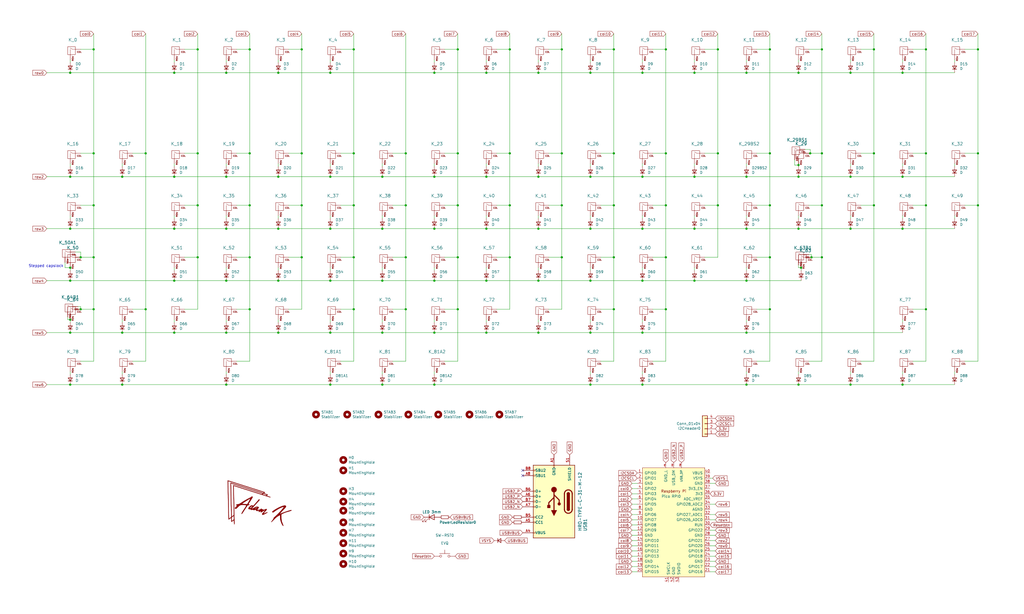
<source format=kicad_sch>
(kicad_sch (version 20211123) (generator eeschema)
  (paper "User" 499.999 299.999)
  (title_block (title "EnvKB") (date "2021-03-08") (rev "Rev.B") (company "Envious Media"))
  (junction (at 440.69 35.56))
  (junction (at 121.92 74.93))
  (junction (at 212.09 162.56))
  (junction (at 45.72 125.73))
  (junction (at 274.32 100.33))
  (junction (at 110.49 86.36))
  (junction (at 389.89 80.645))
  (junction (at 198.12 151.13))
  (junction (at 161.29 137.16))
  (junction (at 237.49 86.36))
  (junction (at 401.32 100.33))
  (junction (at 39.37 151.13))
  (junction (at 375.92 125.73))
  (junction (at 375.92 151.13))
  (junction (at 212.09 35.56))
  (junction (at 452.12 74.93))
  (junction (at 248.92 74.93))
  (junction (at 59.69 162.56))
  (junction (at 172.72 24.13))
  (junction (at 237.49 137.16))
  (junction (at 426.72 100.33))
  (junction (at 110.49 111.76))
  (junction (at 212.09 137.16))
  (junction (at 135.89 35.56))
  (junction (at 186.69 137.16))
  (junction (at 161.29 111.76))
  (junction (at 96.52 125.73))
  (junction (at 85.09 162.56))
  (junction (at 147.32 74.93))
  (junction (at 186.69 111.76))
  (junction (at 299.72 24.13))
  (junction (at 34.29 130.81))
  (junction (at 364.49 111.76))
  (junction (at 299.72 74.93))
  (junction (at 223.52 151.13))
  (junction (at 313.69 35.56))
  (junction (at 401.32 74.93))
  (junction (at 274.32 24.13))
  (junction (at 262.89 111.76))
  (junction (at 389.89 187.96))
  (junction (at 339.09 111.76))
  (junction (at 391.16 130.81))
  (junction (at 313.69 111.76))
  (junction (at 389.89 111.76))
  (junction (at 288.29 162.56))
  (junction (at 350.52 100.33))
  (junction (at 299.72 100.33))
  (junction (at 395.605 74.93))
  (junction (at 452.12 151.13))
  (junction (at 299.72 151.13))
  (junction (at 198.12 125.73))
  (junction (at 452.12 100.33))
  (junction (at 135.89 111.76))
  (junction (at 339.09 35.56))
  (junction (at 71.12 151.13))
  (junction (at 237.49 162.56))
  (junction (at 415.29 35.56))
  (junction (at 389.89 86.36))
  (junction (at 71.12 74.93))
  (junction (at 396.24 125.73))
  (junction (at 339.09 86.36))
  (junction (at 452.12 24.13))
  (junction (at 34.29 86.36))
  (junction (at 401.32 24.13))
  (junction (at 440.69 111.76))
  (junction (at 223.52 74.93))
  (junction (at 364.49 187.96))
  (junction (at 248.92 125.73))
  (junction (at 45.72 151.13))
  (junction (at 288.29 137.16))
  (junction (at 274.32 74.93))
  (junction (at 161.29 162.56))
  (junction (at 415.29 187.96))
  (junction (at 147.32 24.13))
  (junction (at 161.29 86.36))
  (junction (at 248.92 100.33))
  (junction (at 85.09 137.16))
  (junction (at 415.29 86.36))
  (junction (at 223.52 125.73))
  (junction (at 477.52 24.13))
  (junction (at 198.12 100.33))
  (junction (at 121.92 24.13))
  (junction (at 288.29 111.76))
  (junction (at 85.09 35.56))
  (junction (at 96.52 100.33))
  (junction (at 161.29 35.56))
  (junction (at 135.89 162.56))
  (junction (at 45.72 74.93))
  (junction (at 262.89 35.56))
  (junction (at 325.12 125.73))
  (junction (at 325.12 151.13))
  (junction (at 237.49 111.76))
  (junction (at 121.92 151.13))
  (junction (at 288.29 35.56))
  (junction (at 121.92 100.33))
  (junction (at 325.12 100.33))
  (junction (at 415.29 111.76))
  (junction (at 477.52 100.33))
  (junction (at 274.32 125.73))
  (junction (at 172.72 74.93))
  (junction (at 34.29 156.21))
  (junction (at 313.69 187.96))
  (junction (at 223.52 24.13))
  (junction (at 172.72 125.73))
  (junction (at 288.29 187.96))
  (junction (at 172.72 151.13))
  (junction (at 350.52 74.93))
  (junction (at 262.89 162.56))
  (junction (at 364.49 137.16))
  (junction (at 186.69 187.96))
  (junction (at 325.12 74.93))
  (junction (at 288.29 86.36))
  (junction (at 135.89 86.36))
  (junction (at 375.92 24.13))
  (junction (at 121.92 125.73))
  (junction (at 313.69 137.16))
  (junction (at 375.92 100.33))
  (junction (at 223.52 100.33))
  (junction (at 401.32 125.73))
  (junction (at 85.09 86.36))
  (junction (at 339.09 137.16))
  (junction (at 96.52 74.93))
  (junction (at 313.69 162.56))
  (junction (at 110.49 35.56))
  (junction (at 364.49 35.56))
  (junction (at 375.92 74.93))
  (junction (at 110.49 162.56))
  (junction (at 212.09 86.36))
  (junction (at 34.29 137.16))
  (junction (at 325.12 24.13))
  (junction (at 237.49 35.56))
  (junction (at 147.32 125.73))
  (junction (at 135.89 137.16))
  (junction (at 198.12 74.93))
  (junction (at 426.72 24.13))
  (junction (at 262.89 137.16))
  (junction (at 110.49 187.96))
  (junction (at 85.09 111.76))
  (junction (at 96.52 24.13))
  (junction (at 262.89 86.36))
  (junction (at 364.49 162.56))
  (junction (at 34.29 111.76))
  (junction (at 477.52 74.93))
  (junction (at 147.32 100.33))
  (junction (at 364.49 86.36))
  (junction (at 299.72 125.73))
  (junction (at 440.69 86.36))
  (junction (at 59.69 187.96))
  (junction (at 350.52 24.13))
  (junction (at 34.29 35.56))
  (junction (at 172.72 100.33))
  (junction (at 110.49 137.16))
  (junction (at 440.69 187.96))
  (junction (at 426.72 74.93))
  (junction (at 34.29 187.96))
  (junction (at 161.29 187.96))
  (junction (at 186.69 162.56))
  (junction (at 212.09 111.76))
  (junction (at 34.29 162.56))
  (junction (at 45.72 24.13))
  (junction (at 313.69 86.36))
  (junction (at 59.69 86.36))
  (junction (at 45.72 100.33))
  (junction (at 248.92 24.13))
  (junction (at 212.09 187.96))
  (junction (at 389.89 35.56))
  (junction (at 186.69 86.36))
  (junction (at 39.37 125.73))
  (no_connect (at 255.27 229.87))
  (no_connect (at 255.27 232.41))
  (wire (pts (xy 346.71 271.78) (xy 349.25 271.78)))
  (wire (pts (xy 339.09 111.76) (xy 364.49 111.76)))
  (wire (pts (xy 308.61 259.08) (xy 311.15 259.08)))
  (wire (pts (xy 186.69 105.41) (xy 186.69 106.68)))
  (wire (pts (xy 369.57 24.13) (xy 375.92 24.13)))
  (wire (pts (xy 364.49 29.21) (xy 364.49 30.48)))
  (wire (pts (xy 389.89 181.61) (xy 389.89 182.88)))
  (wire (pts (xy 223.52 100.33) (xy 223.52 74.93)))
  (wire (pts (xy 39.37 125.73) (xy 45.72 125.73)))
  (wire (pts (xy 237.49 162.56) (xy 262.89 162.56)))
  (wire (pts (xy 313.69 80.01) (xy 313.69 81.28)))
  (wire (pts (xy 135.89 35.56) (xy 161.29 35.56)))
  (wire (pts (xy 391.16 130.81) (xy 391.16 132.08)))
  (wire (pts (xy 364.49 80.01) (xy 364.49 81.28)))
  (wire (pts (xy 115.57 100.33) (xy 121.92 100.33)))
  (wire (pts (xy 212.09 181.61) (xy 212.09 182.88)))
  (wire (pts (xy 466.09 181.61) (xy 466.09 182.88)))
  (wire (pts (xy 212.09 29.21) (xy 212.09 30.48)))
  (wire (pts (xy 64.77 74.93) (xy 71.12 74.93)))
  (wire (pts (xy 477.52 100.33) (xy 477.52 74.93)))
  (wire (pts (xy 166.37 151.13) (xy 172.72 151.13)))
  (wire (pts (xy 110.49 156.21) (xy 110.49 157.48)))
  (wire (pts (xy 349.25 254) (xy 346.71 254)))
  (wire (pts (xy 293.37 74.93) (xy 299.72 74.93)))
  (wire (pts (xy 288.29 162.56) (xy 313.69 162.56)))
  (wire (pts (xy 313.69 181.61) (xy 313.69 182.88)))
  (wire (pts (xy 420.37 74.93) (xy 426.72 74.93)))
  (wire (pts (xy 161.29 130.81) (xy 161.29 132.08)))
  (wire (pts (xy 186.69 187.96) (xy 212.09 187.96)))
  (wire (pts (xy 313.69 162.56) (xy 364.49 162.56)))
  (wire (pts (xy 212.09 137.16) (xy 237.49 137.16)))
  (wire (pts (xy 394.97 124.46) (xy 396.24 124.46)))
  (wire (pts (xy 288.29 80.01) (xy 288.29 81.28)))
  (wire (pts (xy 85.09 35.56) (xy 110.49 35.56)))
  (wire (pts (xy 440.69 80.01) (xy 440.69 81.28)))
  (wire (pts (xy 217.17 24.13) (xy 223.52 24.13)))
  (wire (pts (xy 313.69 29.21) (xy 313.69 30.48)))
  (wire (pts (xy 346.71 246.38) (xy 349.25 246.38)))
  (wire (pts (xy 389.89 86.36) (xy 415.29 86.36)))
  (wire (pts (xy 440.69 187.96) (xy 466.09 187.96)))
  (wire (pts (xy 426.72 176.53) (xy 426.72 100.33)))
  (wire (pts (xy 389.89 29.21) (xy 389.89 30.48)))
  (wire (pts (xy 186.69 156.21) (xy 186.69 157.48)))
  (wire (pts (xy 33.02 156.21) (xy 34.29 156.21)))
  (wire (pts (xy 477.52 16.51) (xy 477.52 24.13)))
  (wire (pts (xy 318.77 125.73) (xy 325.12 125.73)))
  (wire (pts (xy 267.97 24.13) (xy 274.32 24.13)))
  (wire (pts (xy 191.77 176.53) (xy 198.12 176.53)))
  (wire (pts (xy 415.29 181.61) (xy 415.29 182.88)))
  (wire (pts (xy 85.09 130.81) (xy 85.09 132.08)))
  (wire (pts (xy 110.49 187.96) (xy 161.29 187.96)))
  (wire (pts (xy 34.29 181.61) (xy 34.29 182.88)))
  (wire (pts (xy 375.92 151.13) (xy 375.92 125.73)))
  (wire (pts (xy 22.86 111.76) (xy 34.29 111.76)))
  (wire (pts (xy 364.49 156.21) (xy 364.49 157.48)))
  (wire (pts (xy 313.69 137.16) (xy 339.09 137.16)))
  (wire (pts (xy 440.69 86.36) (xy 466.09 86.36)))
  (wire (pts (xy 299.72 125.73) (xy 299.72 100.33)))
  (wire (pts (xy 161.29 111.76) (xy 186.69 111.76)))
  (wire (pts (xy 299.72 24.13) (xy 299.72 74.93)))
  (wire (pts (xy 223.52 151.13) (xy 223.52 176.53)))
  (wire (pts (xy 440.69 35.56) (xy 466.09 35.56)))
  (wire (pts (xy 110.49 35.56) (xy 135.89 35.56)))
  (wire (pts (xy 394.97 74.93) (xy 395.605 74.93)))
  (wire (pts (xy 471.17 24.13) (xy 477.52 24.13)))
  (wire (pts (xy 344.17 100.33) (xy 350.52 100.33)))
  (wire (pts (xy 369.57 151.13) (xy 375.92 151.13)))
  (wire (pts (xy 375.92 16.51) (xy 375.92 24.13)))
  (wire (pts (xy 217.17 74.93) (xy 223.52 74.93)))
  (wire (pts (xy 369.57 100.33) (xy 375.92 100.33)))
  (wire (pts (xy 426.72 100.33) (xy 426.72 74.93)))
  (wire (pts (xy 212.09 156.21) (xy 212.09 157.48)))
  (wire (pts (xy 248.92 16.51) (xy 248.92 24.13)))
  (wire (pts (xy 135.89 111.76) (xy 161.29 111.76)))
  (wire (pts (xy 59.69 86.36) (xy 85.09 86.36)))
  (wire (pts (xy 466.09 105.41) (xy 466.09 106.68)))
  (wire (pts (xy 90.17 74.93) (xy 96.52 74.93)))
  (wire (pts (xy 288.29 156.21) (xy 288.29 157.48)))
  (wire (pts (xy 262.89 105.41) (xy 262.89 106.68)))
  (wire (pts (xy 346.71 259.08) (xy 349.25 259.08)))
  (wire (pts (xy 166.37 125.73) (xy 172.72 125.73)))
  (wire (pts (xy 389.89 129.54) (xy 389.89 130.81)))
  (wire (pts (xy 186.69 162.56) (xy 212.09 162.56)))
  (wire (pts (xy 401.32 100.33) (xy 401.32 74.93)))
  (wire (pts (xy 346.71 236.22) (xy 349.25 236.22)))
  (wire (pts (xy 121.92 151.13) (xy 121.92 125.73)))
  (wire (pts (xy 191.77 151.13) (xy 198.12 151.13)))
  (wire (pts (xy 364.49 105.41) (xy 364.49 106.68)))
  (wire (pts (xy 121.92 125.73) (xy 121.92 100.33)))
  (wire (pts (xy 22.86 187.96) (xy 34.29 187.96)))
  (wire (pts (xy 172.72 24.13) (xy 172.72 74.93)))
  (wire (pts (xy 237.49 111.76) (xy 262.89 111.76)))
  (wire (pts (xy 115.57 125.73) (xy 121.92 125.73)))
  (wire (pts (xy 248.92 24.13) (xy 248.92 74.93)))
  (wire (pts (xy 445.77 74.93) (xy 452.12 74.93)))
  (wire (pts (xy 172.72 125.73) (xy 172.72 100.33)))
  (wire (pts (xy 115.57 24.13) (xy 121.92 24.13)))
  (wire (pts (xy 115.57 74.93) (xy 121.92 74.93)))
  (wire (pts (xy 166.37 74.93) (xy 172.72 74.93)))
  (wire (pts (xy 346.71 251.46) (xy 349.25 251.46)))
  (wire (pts (xy 344.17 125.73) (xy 350.52 125.73)))
  (wire (pts (xy 477.52 176.53) (xy 477.52 100.33)))
  (wire (pts (xy 267.97 151.13) (xy 274.32 151.13)))
  (wire (pts (xy 191.77 125.73) (xy 198.12 125.73)))
  (wire (pts (xy 440.69 29.21) (xy 440.69 30.48)))
  (wire (pts (xy 64.77 151.13) (xy 71.12 151.13)))
  (wire (pts (xy 172.72 100.33) (xy 172.72 74.93)))
  (wire (pts (xy 262.89 137.16) (xy 288.29 137.16)))
  (wire (pts (xy 387.985 78.105) (xy 387.985 80.645)))
  (wire (pts (xy 311.15 271.78) (xy 308.61 271.78)))
  (wire (pts (xy 350.52 24.13) (xy 350.52 74.93)))
  (wire (pts (xy 140.97 24.13) (xy 147.32 24.13)))
  (wire (pts (xy 31.75 130.81) (xy 34.29 130.81)))
  (wire (pts (xy 299.72 151.13) (xy 299.72 125.73)))
  (wire (pts (xy 161.29 181.61) (xy 161.29 182.88)))
  (wire (pts (xy 147.32 100.33) (xy 147.32 74.93)))
  (wire (pts (xy 45.72 16.51) (xy 45.72 24.13)))
  (wire (pts (xy 217.17 125.73) (xy 223.52 125.73)))
  (wire (pts (xy 313.69 86.36) (xy 339.09 86.36)))
  (wire (pts (xy 339.09 35.56) (xy 364.49 35.56)))
  (wire (pts (xy 59.69 156.21) (xy 59.69 157.48)))
  (wire (pts (xy 325.12 125.73) (xy 325.12 100.33)))
  (wire (pts (xy 308.61 274.32) (xy 311.15 274.32)))
  (wire (pts (xy 308.61 269.24) (xy 311.15 269.24)))
  (wire (pts (xy 452.12 24.13) (xy 452.12 74.93)))
  (wire (pts (xy 96.52 100.33) (xy 96.52 74.93)))
  (wire (pts (xy 90.17 125.73) (xy 96.52 125.73)))
  (wire (pts (xy 161.29 156.21) (xy 161.29 157.48)))
  (wire (pts (xy 262.89 86.36) (xy 288.29 86.36)))
  (wire (pts (xy 415.29 187.96) (xy 440.69 187.96)))
  (wire (pts (xy 471.17 176.53) (xy 477.52 176.53)))
  (wire (pts (xy 440.69 111.76) (xy 466.09 111.76)))
  (wire (pts (xy 237.49 80.01) (xy 237.49 81.28)))
  (wire (pts (xy 161.29 162.56) (xy 186.69 162.56)))
  (wire (pts (xy 311.15 238.76) (xy 308.61 238.76)))
  (wire (pts (xy 121.92 16.51) (xy 121.92 24.13)))
  (wire (pts (xy 350.52 16.51) (xy 350.52 24.13)))
  (wire (pts (xy 110.49 29.21) (xy 110.49 30.48)))
  (wire (pts (xy 466.09 29.21) (xy 466.09 30.48)))
  (wire (pts (xy 267.97 100.33) (xy 274.32 100.33)))
  (wire (pts (xy 45.72 176.53) (xy 45.72 151.13)))
  (wire (pts (xy 147.32 24.13) (xy 147.32 74.93)))
  (wire (pts (xy 39.37 176.53) (xy 45.72 176.53)))
  (wire (pts (xy 172.72 16.51) (xy 172.72 24.13)))
  (wire (pts (xy 96.52 24.13) (xy 96.52 74.93)))
  (wire (pts (xy 96.52 125.73) (xy 96.52 100.33)))
  (wire (pts (xy 346.71 274.32) (xy 349.25 274.32)))
  (wire (pts (xy 33.02 154.94) (xy 33.02 156.21)))
  (wire (pts (xy 318.77 100.33) (xy 325.12 100.33)))
  (wire (pts (xy 339.09 130.81) (xy 339.09 132.08)))
  (wire (pts (xy 364.49 137.16) (xy 391.16 137.16)))
  (wire (pts (xy 34.29 111.76) (xy 85.09 111.76)))
  (wire (pts (xy 39.37 100.33) (xy 45.72 100.33)))
  (wire (pts (xy 440.69 181.61) (xy 440.69 182.88)))
  (wire (pts (xy 274.32 100.33) (xy 274.32 74.93)))
  (wire (pts (xy 140.97 151.13) (xy 147.32 151.13)))
  (wire (pts (xy 308.61 241.3) (xy 311.15 241.3)))
  (wire (pts (xy 212.09 35.56) (xy 237.49 35.56)))
  (wire (pts (xy 299.72 100.33) (xy 299.72 74.93)))
  (wire (pts (xy 161.29 137.16) (xy 186.69 137.16)))
  (wire (pts (xy 121.92 100.33) (xy 121.92 74.93)))
  (wire (pts (xy 346.71 279.4) (xy 349.25 279.4)))
  (wire (pts (xy 39.37 151.13) (xy 45.72 151.13)))
  (wire (pts (xy 420.37 100.33) (xy 426.72 100.33)))
  (wire (pts (xy 293.37 176.53) (xy 299.72 176.53)))
  (wire (pts (xy 110.49 137.16) (xy 135.89 137.16)))
  (wire (pts (xy 401.32 24.13) (xy 401.32 74.93)))
  (wire (pts (xy 71.12 151.13) (xy 71.12 74.93)))
  (wire (pts (xy 135.89 156.21) (xy 135.89 157.48)))
  (wire (pts (xy 369.57 125.73) (xy 375.92 125.73)))
  (wire (pts (xy 311.15 279.4) (xy 308.61 279.4)))
  (wire (pts (xy 274.32 151.13) (xy 274.32 125.73)))
  (wire (pts (xy 293.37 100.33) (xy 299.72 100.33)))
  (wire (pts (xy 34.29 35.56) (xy 85.09 35.56)))
  (wire (pts (xy 223.52 176.53) (xy 217.17 176.53)))
  (wire (pts (xy 389.89 111.76) (xy 415.29 111.76)))
  (wire (pts (xy 140.97 100.33) (xy 147.32 100.33)))
  (wire (pts (xy 198.12 100.33) (xy 198.12 74.93)))
  (wire (pts (xy 59.69 162.56) (xy 85.09 162.56)))
  (wire (pts (xy 293.37 151.13) (xy 299.72 151.13)))
  (wire (pts (xy 34.29 86.36) (xy 59.69 86.36)))
  (wire (pts (xy 90.17 100.33) (xy 96.52 100.33)))
  (wire (pts (xy 172.72 151.13) (xy 172.72 125.73)))
  (wire (pts (xy 39.37 74.93) (xy 45.72 74.93)))
  (wire (pts (xy 415.29 105.41) (xy 415.29 106.68)))
  (wire (pts (xy 401.32 125.73) (xy 401.32 176.53)))
  (wire (pts (xy 311.15 251.46) (xy 308.61 251.46)))
  (wire (pts (xy 445.77 151.13) (xy 452.12 151.13)))
  (wire (pts (xy 22.86 86.36) (xy 34.29 86.36)))
  (wire (pts (xy 212.09 130.81) (xy 212.09 132.08)))
  (wire (pts (xy 288.29 187.96) (xy 313.69 187.96)))
  (wire (pts (xy 349.25 276.86) (xy 346.71 276.86)))
  (wire (pts (xy 121.92 176.53) (xy 121.92 151.13)))
  (wire (pts (xy 161.29 105.41) (xy 161.29 106.68)))
  (wire (pts (xy 71.12 16.51) (xy 71.12 74.93)))
  (wire (pts (xy 85.09 29.21) (xy 85.09 30.48)))
  (wire (pts (xy 369.57 176.53) (xy 375.92 176.53)))
  (wire (pts (xy 375.92 24.13) (xy 375.92 74.93)))
  (wire (pts (xy 71.12 176.53) (xy 71.12 151.13)))
  (wire (pts (xy 110.49 111.76) (xy 135.89 111.76)))
  (wire (pts (xy 186.69 181.61) (xy 186.69 182.88)))
  (wire (pts (xy 115.57 176.53) (xy 121.92 176.53)))
  (wire (pts (xy 394.97 24.13) (xy 401.32 24.13)))
  (wire (pts (xy 339.09 80.01) (xy 339.09 81.28)))
  (wire (pts (xy 267.97 125.73) (xy 274.32 125.73)))
  (wire (pts (xy 339.09 137.16) (xy 364.49 137.16)))
  (wire (pts (xy 166.37 100.33) (xy 172.72 100.33)))
  (wire (pts (xy 22.86 137.16) (xy 34.29 137.16)))
  (wire (pts (xy 85.09 137.16) (xy 110.49 137.16)))
  (wire (pts (xy 161.29 29.21) (xy 161.29 30.48)))
  (wire (pts (xy 471.17 74.93) (xy 477.52 74.93)))
  (wire (pts (xy 346.71 269.24) (xy 349.25 269.24)))
  (wire (pts (xy 313.69 156.21) (xy 313.69 157.48)))
  (wire (pts (xy 415.29 86.36) (xy 440.69 86.36)))
  (wire (pts (xy 45.72 151.13) (xy 45.72 125.73)))
  (wire (pts (xy 288.29 86.36) (xy 313.69 86.36)))
  (wire (pts (xy 45.72 125.73) (xy 45.72 100.33)))
  (wire (pts (xy 22.86 162.56) (xy 34.29 162.56)))
  (wire (pts (xy 223.52 125.73) (xy 223.52 100.33)))
  (wire (pts (xy 313.69 187.96) (xy 364.49 187.96)))
  (wire (pts (xy 445.77 100.33) (xy 452.12 100.33)))
  (wire (pts (xy 288.29 130.81) (xy 288.29 132.08)))
  (wire (pts (xy 308.61 254) (xy 311.15 254)))
  (wire (pts (xy 350.52 125.73) (xy 350.52 100.33)))
  (wire (pts (xy 147.32 125.73) (xy 147.32 100.33)))
  (wire (pts (xy 318.77 151.13) (xy 325.12 151.13)))
  (wire (pts (xy 135.89 80.01) (xy 135.89 81.28)))
  (wire (pts (xy 223.52 24.13) (xy 223.52 74.93)))
  (wire (pts (xy 115.57 151.13) (xy 121.92 151.13)))
  (wire (pts (xy 217.17 100.33) (xy 223.52 100.33)))
  (wire (pts (xy 186.69 80.01) (xy 186.69 81.28)))
  (wire (pts (xy 364.49 181.61) (xy 364.49 182.88)))
  (wire (pts (xy 364.49 35.56) (xy 389.89 35.56)))
  (wire (pts (xy 85.09 111.76) (xy 110.49 111.76)))
  (wire (pts (xy 161.29 35.56) (xy 212.09 35.56)))
  (wire (pts (xy 308.61 248.92) (xy 311.15 248.92)))
  (wire (pts (xy 237.49 156.21) (xy 237.49 157.48)))
  (wire (pts (xy 248.92 100.33) (xy 248.92 74.93)))
  (wire (pts (xy 339.09 86.36) (xy 364.49 86.36)))
  (wire (pts (xy 401.32 16.51) (xy 401.32 24.13)))
  (wire (pts (xy 198.12 176.53) (xy 198.12 151.13)))
  (wire (pts (xy 375.92 125.73) (xy 375.92 100.33)))
  (wire (pts (xy 288.29 29.21) (xy 288.29 30.48)))
  (wire (pts (xy 344.17 24.13) (xy 350.52 24.13)))
  (wire (pts (xy 242.57 125.73) (xy 248.92 125.73)))
  (wire (pts (xy 248.92 125.73) (xy 248.92 100.33)))
  (wire (pts (xy 389.89 130.81) (xy 391.16 130.81)))
  (wire (pts (xy 364.49 162.56) (xy 440.69 162.56)))
  (wire (pts (xy 34.29 130.81) (xy 34.29 132.08)))
  (wire (pts (xy 198.12 151.13) (xy 198.12 125.73)))
  (wire (pts (xy 387.985 80.645) (xy 389.89 80.645)))
  (wire (pts (xy 318.77 176.53) (xy 325.12 176.53)))
  (wire (pts (xy 401.32 100.33) (xy 401.32 125.73)))
  (wire (pts (xy 237.49 137.16) (xy 262.89 137.16)))
  (wire (pts (xy 135.89 29.21) (xy 135.89 30.48)))
  (wire (pts (xy 34.29 156.21) (xy 34.29 157.48)))
  (wire (pts (xy 318.77 24.13) (xy 325.12 24.13)))
  (wire (pts (xy 166.37 24.13) (xy 172.72 24.13)))
  (wire (pts (xy 313.69 111.76) (xy 339.09 111.76)))
  (wire (pts (xy 110.49 162.56) (xy 135.89 162.56)))
  (wire (pts (xy 308.61 261.62) (xy 311.15 261.62)))
  (wire (pts (xy 346.71 261.62) (xy 349.25 261.62)))
  (wire (pts (xy 395.605 74.93) (xy 401.32 74.93)))
  (wire (pts (xy 147.32 16.51) (xy 147.32 24.13)))
  (wire (pts (xy 288.29 111.76) (xy 313.69 111.76)))
  (wire (pts (xy 212.09 80.01) (xy 212.09 81.28)))
  (wire (pts (xy 223.52 151.13) (xy 223.52 125.73)))
  (wire (pts (xy 262.89 35.56) (xy 288.29 35.56)))
  (wire (pts (xy 64.77 176.53) (xy 71.12 176.53)))
  (wire (pts (xy 212.09 162.56) (xy 237.49 162.56)))
  (wire (pts (xy 452.12 176.53) (xy 452.12 151.13)))
  (wire (pts (xy 349.25 266.7) (xy 346.71 266.7)))
  (wire (pts (xy 45.72 24.13) (xy 45.72 74.93)))
  (wire (pts (xy 346.71 264.16) (xy 349.25 264.16)))
  (wire (pts (xy 34.29 105.41) (xy 34.29 106.68)))
  (wire (pts (xy 45.72 100.33) (xy 45.72 74.93)))
  (wire (pts (xy 420.37 176.53) (xy 426.72 176.53)))
  (wire (pts (xy 311.15 236.22) (xy 308.61 236.22)))
  (wire (pts (xy 34.29 187.96) (xy 59.69 187.96)))
  (wire (pts (xy 110.49 105.41) (xy 110.49 106.68)))
  (wire (pts (xy 262.89 130.81) (xy 262.89 132.08)))
  (wire (pts (xy 339.09 29.21) (xy 339.09 30.48)))
  (wire (pts (xy 135.89 162.56) (xy 161.29 162.56)))
  (wire (pts (xy 217.17 151.13) (xy 223.52 151.13)))
  (wire (pts (xy 85.09 80.01) (xy 85.09 81.28)))
  (wire (pts (xy 121.92 24.13) (xy 121.92 74.93)))
  (wire (pts (xy 135.89 86.36) (xy 161.29 86.36)))
  (wire (pts (xy 242.57 24.13) (xy 248.92 24.13)))
  (wire (pts (xy 420.37 24.13) (xy 426.72 24.13)))
  (wire (pts (xy 308.61 276.86) (xy 311.15 276.86)))
  (wire (pts (xy 325.12 16.51) (xy 325.12 24.13)))
  (wire (pts (xy 198.12 16.51) (xy 198.12 74.93)))
  (wire (pts (xy 395.605 73.025) (xy 395.605 74.93)))
  (wire (pts (xy 237.49 105.41) (xy 237.49 106.68)))
  (wire (pts (xy 90.17 24.13) (xy 96.52 24.13)))
  (wire (pts (xy 242.57 74.93) (xy 248.92 74.93)))
  (wire (pts (xy 135.89 137.16) (xy 161.29 137.16)))
  (wire (pts (xy 308.61 264.16) (xy 311.15 264.16)))
  (wire (pts (xy 85.09 105.41) (xy 85.09 106.68)))
  (wire (pts (xy 308.61 246.38) (xy 311.15 246.38)))
  (wire (pts (xy 415.29 29.21) (xy 415.29 30.48)))
  (wire (pts (xy 135.89 105.41) (xy 135.89 106.68)))
  (wire (pts (xy 396.24 125.73) (xy 401.32 125.73)))
  (wire (pts (xy 262.89 111.76) (xy 288.29 111.76)))
  (wire (pts (xy 311.15 256.54) (xy 308.61 256.54)))
  (wire (pts (xy 248.92 151.13) (xy 248.92 125.73)))
  (wire (pts (xy 212.09 86.36) (xy 237.49 86.36)))
  (wire (pts (xy 440.69 156.21) (xy 440.69 157.48)))
  (wire (pts (xy 212.09 111.76) (xy 237.49 111.76)))
  (wire (pts (xy 110.49 130.81) (xy 110.49 132.08)))
  (wire (pts (xy 274.32 125.73) (xy 274.32 100.33)))
  (wire (pts (xy 198.12 125.73) (xy 198.12 100.33)))
  (wire (pts (xy 325.12 100.33) (xy 325.12 74.93)))
  (wire (pts (xy 318.77 74.93) (xy 325.12 74.93)))
  (wire (pts (xy 288.29 137.16) (xy 313.69 137.16)))
  (wire (pts (xy 445.77 24.13) (xy 452.12 24.13)))
  (wire (pts (xy 186.69 111.76) (xy 212.09 111.76)))
  (wire (pts (xy 34.29 162.56) (xy 59.69 162.56)))
  (wire (pts (xy 471.17 100.33) (xy 477.52 100.33)))
  (wire (pts (xy 212.09 105.41) (xy 212.09 106.68)))
  (wire (pts (xy 389.89 35.56) (xy 415.29 35.56)))
  (wire (pts (xy 299.72 176.53) (xy 299.72 151.13)))
  (wire (pts (xy 237.49 29.21) (xy 237.49 30.48)))
  (wire (pts (xy 452.12 151.13) (xy 452.12 100.33)))
  (wire (pts (xy 110.49 86.36) (xy 135.89 86.36)))
  (wire (pts (xy 389.89 80.645) (xy 389.89 81.28)))
  (wire (pts (xy 311.15 243.84) (xy 308.61 243.84)))
  (wire (pts (xy 445.77 176.53) (xy 452.12 176.53)))
  (wire (pts (xy 364.49 130.81) (xy 364.49 132.08)))
  (wire (pts (xy 85.09 86.36) (xy 110.49 86.36)))
  (wire (pts (xy 288.29 35.56) (xy 313.69 35.56)))
  (wire (pts (xy 140.97 125.73) (xy 147.32 125.73)))
  (wire (pts (xy 394.97 176.53) (xy 401.32 176.53)))
  (wire (pts (xy 339.09 105.41) (xy 339.09 106.68)))
  (wire (pts (xy 22.86 35.56) (xy 34.29 35.56)))
  (wire (pts (xy 452.12 100.33) (xy 452.12 74.93)))
  (wire (pts (xy 325.12 24.13) (xy 325.12 74.93)))
  (wire (pts (xy 96.52 16.51) (xy 96.52 24.13)))
  (wire (pts (xy 59.69 181.61) (xy 59.69 182.88)))
  (wire (pts (xy 59.69 187.96) (xy 110.49 187.96)))
  (wire (pts (xy 191.77 100.33) (xy 198.12 100.33)))
  (wire (pts (xy 262.89 156.21) (xy 262.89 157.48)))
  (wire (pts (xy 274.32 16.51) (xy 274.32 24.13)))
  (wire (pts (xy 85.09 156.21) (xy 85.09 157.48)))
  (wire (pts (xy 166.37 176.53) (xy 172.72 176.53)))
  (wire (pts (xy 267.97 74.93) (xy 274.32 74.93)))
  (wire (pts (xy 344.17 74.93) (xy 350.52 74.93)))
  (wire (pts (xy 39.37 149.86) (xy 38.1 149.86)))
  (wire (pts (xy 393.065 73.025) (xy 395.605 73.025)))
  (wire (pts (xy 288.29 105.41) (xy 288.29 106.68)))
  (wire (pts (xy 369.57 74.93) (xy 375.92 74.93)))
  (wire (pts (xy 237.49 35.56) (xy 262.89 35.56)))
  (wire (pts (xy 34.29 29.21) (xy 34.29 30.48)))
  (wire (pts (xy 147.32 151.13) (xy 147.32 125.73)))
  (wire (pts (xy 186.69 137.16) (xy 212.09 137.16)))
  (wire (pts (xy 223.52 16.51) (xy 223.52 24.13)))
  (wire (pts (xy 415.29 35.56) (xy 440.69 35.56)))
  (wire (pts (xy 262.89 162.56) (xy 288.29 162.56)))
  (wire (pts (xy 135.89 130.81) (xy 135.89 132.08)))
  (wire (pts (xy 39.37 123.19) (xy 39.37 125.73)))
  (wire (pts (xy 237.49 130.81) (xy 237.49 132.08)))
  (wire (pts (xy 161.29 86.36) (xy 186.69 86.36)))
  (wire (pts (xy 274.32 24.13) (xy 274.32 74.93)))
  (wire (pts (xy 110.49 80.01) (xy 110.49 81.28)))
  (wire (pts (xy 96.52 151.13) (xy 96.52 125.73)))
  (wire (pts (xy 325.12 176.53) (xy 325.12 151.13)))
  (wire (pts (xy 237.49 86.36) (xy 262.89 86.36)))
  (wire (pts (xy 212.09 187.96) (xy 288.29 187.96)))
  (wire (pts (xy 389.89 105.41) (xy 389.89 106.68)))
  (wire (pts (xy 293.37 125.73) (xy 299.72 125.73)))
  (wire (pts (xy 191.77 74.93) (xy 198.12 74.93)))
  (wire (pts (xy 313.69 35.56) (xy 339.09 35.56)))
  (wire (pts (xy 140.97 74.93) (xy 147.32 74.93)))
  (wire (pts (xy 375.92 74.93) (xy 375.92 100.33)))
  (wire (pts (xy 313.69 105.41) (xy 313.69 106.68)))
  (wire (pts (xy 313.69 130.81) (xy 313.69 132.08)))
  (wire (pts (xy 242.57 151.13) (xy 248.92 151.13)))
  (wire (pts (xy 110.49 181.61) (xy 110.49 182.88)))
  (wire (pts (xy 466.09 80.01) (xy 466.09 81.28)))
  (wire (pts (xy 389.89 80.01) (xy 389.89 80.645)))
  (wire (pts (xy 262.89 80.01) (xy 262.89 81.28)))
  (wire (pts (xy 426.72 16.51) (xy 426.72 24.13)))
  (wire (pts (xy 85.09 162.56) (xy 110.49 162.56)))
  (wire (pts (xy 186.69 86.36) (xy 212.09 86.36)))
  (wire (pts (xy 262.89 29.21) (xy 262.89 30.48)))
  (wire (pts (xy 39.37 151.13) (xy 39.37 149.86)))
  (wire (pts (xy 39.37 24.13) (xy 45.72 24.13)))
  (wire (pts (xy 34.29 80.01) (xy 34.29 81.28)))
  (wire (pts (xy 308.61 266.7) (xy 311.15 266.7)))
  (wire (pts (xy 172.72 176.53) (xy 172.72 151.13)))
  (wire (pts (xy 426.72 24.13) (xy 426.72 74.93)))
  (wire (pts (xy 36.83 123.19) (xy 39.37 123.19)))
  (wire (pts (xy 440.69 105.41) (xy 440.69 106.68)))
  (wire (pts (xy 350.52 100.33) (xy 350.52 74.93)))
  (wire (pts (xy 90.17 151.13) (xy 96.52 151.13)))
  (wire (pts (xy 242.57 100.33) (xy 248.92 100.33)))
  (wire (pts (xy 477.52 24.13) (xy 477.52 74.93)))
  (wire (pts (xy 34.29 137.16) (xy 85.09 137.16)))
  (wire (pts (xy 396.24 124.46) (xy 396.24 125.73)))
  (wire (pts (xy 293.37 24.13) (xy 299.72 24.13)))
  (wire (pts (xy 364.49 111.76) (xy 389.89 111.76)))
  (wire (pts (xy 415.29 111.76) (xy 440.69 111.76)))
  (wire (pts (xy 346.71 233.68) (xy 347.98 233.68)))
  (wire (pts (xy 288.29 181.61) (xy 288.29 182.88)))
  (wire (pts (xy 394.97 100.33) (xy 401.32 100.33)))
  (wire (pts (xy 59.69 80.01) (xy 59.69 81.28)))
  (wire (pts (xy 415.29 80.01) (xy 415.29 81.28)))
  (wire (pts (xy 389.89 187.96) (xy 415.29 187.96)))
  (wire (pts (xy 364.49 86.36) (xy 389.89 86.36)))
  (wire (pts (xy 161.29 80.01) (xy 161.29 81.28)))
  (wire (pts (xy 31.75 128.27) (xy 31.75 130.81)))
  (wire (pts (xy 452.12 16.51) (xy 452.12 24.13)))
  (wire (pts (xy 161.29 187.96) (xy 186.69 187.96)))
  (wire (pts (xy 364.49 187.96) (xy 389.89 187.96)))
  (wire (pts (xy 325.12 151.13) (xy 325.12 125.73)))
  (wire (pts (xy 299.72 16.51) (xy 299.72 24.13)))
  (wire (pts (xy 186.69 130.81) (xy 186.69 132.08)))
  (wire (pts (xy 375.92 176.53) (xy 375.92 151.13)))
  (text "Stepped capslock\n" (at 13.97 130.81 0) (effects (font (size 1.27 1.27)) (justify left bottom)))
  (global_label "I2CSDA" (shape input) (at 349.25 204.47 0) (property "Intersheet References" "${INTERSHEET_REFS}" (effects hide)))
  (global_label "GND" (shape input) (at 349.25 261.62 0) (property "Intersheet References" "${INTERSHEET_REFS}" (effects hide)))
  (global_label "row3" (shape input) (at 22.86 111.76 180) (property "Intersheet References" "${INTERSHEET_REFS}" (effects hide)))
  (global_label "col1" (shape input) (at 71.12 16.51 180) (property "Intersheet References" "${INTERSHEET_REFS}" (effects hide)))
  (global_label "GND" (shape input) (at 250.19 252.73 180) (property "Intersheet References" "${INTERSHEET_REFS}" (effects hide)))
  (global_label "col5" (shape input) (at 172.72 16.51 180) (property "Intersheet References" "${INTERSHEET_REFS}" (effects hide)))
  (global_label "3.3V" (shape input) (at 346.71 241.3 0) (property "Intersheet References" "${INTERSHEET_REFS}" (effects hide)))
  (global_label "col14" (shape input) (at 349.25 269.24 0) (property "Intersheet References" "${INTERSHEET_REFS}" (effects hide)))
  (global_label "USB2_P" (shape input) (at 255.27 242.57 180) (property "Intersheet References" "${INTERSHEET_REFS}" (effects hide)))
  (global_label "col3" (shape input) (at 308.61 246.38 180) (property "Intersheet References" "${INTERSHEET_REFS}" (effects hide)))
  (global_label "col0" (shape input) (at 45.72 16.51 180) (property "Intersheet References" "${INTERSHEET_REFS}" (effects hide)))
  (global_label "VSYS" (shape input) (at 347.98 233.68 0) (property "Intersheet References" "${INTERSHEET_REFS}" (effects hide)))
  (global_label "col17" (shape input) (at 477.52 16.51 180) (property "Intersheet References" "${INTERSHEET_REFS}" (effects hide)))
  (global_label "col16" (shape input) (at 349.25 276.86 0) (property "Intersheet References" "${INTERSHEET_REFS}" (effects hide)))
  (global_label "col14" (shape input) (at 401.32 16.51 180) (property "Intersheet References" "${INTERSHEET_REFS}" (effects hide)))
  (global_label "Resetbtn" (shape input) (at 346.71 256.54 0) (property "Intersheet References" "${INTERSHEET_REFS}" (effects hide)))
  (global_label "col2" (shape input) (at 96.52 16.51 180) (property "Intersheet References" "${INTERSHEET_REFS}" (effects hide)))
  (global_label "col7" (shape input) (at 223.52 16.51 180) (property "Intersheet References" "${INTERSHEET_REFS}" (effects hide)))
  (global_label "GND" (shape input) (at 250.19 255.27 180) (property "Intersheet References" "${INTERSHEET_REFS}" (effects hide)))
  (global_label "col8" (shape input) (at 248.92 16.51 180) (property "Intersheet References" "${INTERSHEET_REFS}" (effects hide)))
  (global_label "row4" (shape input) (at 349.25 254 0) (property "Intersheet References" "${INTERSHEET_REFS}" (effects hide)))
  (global_label "col0" (shape input) (at 308.61 238.76 180) (property "Intersheet References" "${INTERSHEET_REFS}" (effects hide)))
  (global_label "col12" (shape input) (at 350.52 16.51 180) (property "Intersheet References" "${INTERSHEET_REFS}" (effects hide)))
  (global_label "VSYS" (shape input) (at 241.3 264.16 180) (property "Intersheet References" "${INTERSHEET_REFS}" (effects hide)))
  (global_label "GND" (shape input) (at 222.25 271.78 0) (property "Intersheet References" "${INTERSHEET_REFS}" (effects hide)))
  (global_label "col4" (shape input) (at 308.61 251.46 180) (property "Intersheet References" "${INTERSHEET_REFS}" (effects hide)))
  (global_label "USB2_N" (shape input) (at 255.27 247.65 180) (property "Intersheet References" "${INTERSHEET_REFS}" (effects hide)))
  (global_label "row4" (shape input) (at 22.86 137.16 180) (property "Intersheet References" "${INTERSHEET_REFS}" (effects hide)))
  (global_label "col8" (shape input) (at 308.61 264.16 180) (property "Intersheet References" "${INTERSHEET_REFS}" (effects hide)))
  (global_label "col2" (shape input) (at 308.61 243.84 180) (property "Intersheet References" "${INTERSHEET_REFS}" (effects hide)))
  (global_label "row0" (shape input) (at 349.25 266.7 0) (property "Intersheet References" "${INTERSHEET_REFS}" (effects hide)))
  (global_label "GND" (shape input) (at 270.51 222.25 90) (property "Intersheet References" "${INTERSHEET_REFS}" (effects hide)))
  (global_label "col16" (shape input) (at 452.12 16.51 180) (property "Intersheet References" "${INTERSHEET_REFS}" (effects hide)))
  (global_label "I2CSDA" (shape input) (at 311.15 231.14 180) (property "Intersheet References" "${INTERSHEET_REFS}" (effects hide)))
  (global_label "GND" (shape input) (at 207.01 252.73 180) (property "Intersheet References" "${INTERSHEET_REFS}" (effects hide)))
  (global_label "col9" (shape input) (at 274.32 16.51 180) (property "Intersheet References" "${INTERSHEET_REFS}" (effects hide)))
  (global_label "row6" (shape input) (at 22.86 187.96 180) (property "Intersheet References" "${INTERSHEET_REFS}" (effects hide)))
  (global_label "col1" (shape input) (at 308.61 241.3 180) (property "Intersheet References" "${INTERSHEET_REFS}" (effects hide)))
  (global_label "col6" (shape input) (at 308.61 256.54 180) (property "Intersheet References" "${INTERSHEET_REFS}" (effects hide)))
  (global_label "row2" (shape input) (at 349.25 264.16 0) (property "Intersheet References" "${INTERSHEET_REFS}" (effects hide)))
  (global_label "USBVBUS" (shape input) (at 246.38 264.16 0) (property "Intersheet References" "${INTERSHEET_REFS}" (effects hide)))
  (global_label "GND" (shape input) (at 278.13 222.25 90) (property "Intersheet References" "${INTERSHEET_REFS}" (effects hide)))
  (global_label "row5" (shape input) (at 349.25 251.46 0) (property "Intersheet References" "${INTERSHEET_REFS}" (effects hide)))
  (global_label "USB2_N" (shape input) (at 255.27 245.11 180) (property "Intersheet References" "${INTERSHEET_REFS}" (effects hide)))
  (global_label "col3" (shape input) (at 121.92 16.51 180) (property "Intersheet References" "${INTERSHEET_REFS}" (effects hide)))
  (global_label "3.3V" (shape input) (at 349.25 209.55 0) (property "Intersheet References" "${INTERSHEET_REFS}" (effects hide)))
  (global_label "row6" (shape input) (at 349.25 246.38 0) (property "Intersheet References" "${INTERSHEET_REFS}" (effects hide)))
  (global_label "USB2_P" (shape input) (at 255.27 240.03 180) (property "Intersheet References" "${INTERSHEET_REFS}" (effects hide)))
  (global_label "col10" (shape input) (at 299.72 16.51 180) (property "Intersheet References" "${INTERSHEET_REFS}" (effects hide)))
  (global_label "col12" (shape input) (at 308.61 276.86 180) (property "Intersheet References" "${INTERSHEET_REFS}" (effects hide)))
  (global_label "col15" (shape input) (at 426.72 16.51 180) (property "Intersheet References" "${INTERSHEET_REFS}" (effects hide)))
  (global_label "col15" (shape input) (at 349.25 271.78 0) (property "Intersheet References" "${INTERSHEET_REFS}" (effects hide)))
  (global_label "GND" (shape input) (at 325.12 226.06 90) (property "Intersheet References" "${INTERSHEET_REFS}" (effects hide)))
  (global_label "USBVBUS" (shape input) (at 219.71 252.73 0) (property "Intersheet References" "${INTERSHEET_REFS}" (effects hide)))
  (global_label "row5" (shape input) (at 22.86 162.56 180) (property "Intersheet References" "${INTERSHEET_REFS}" (effects hide)))
  (global_label "row3" (shape input) (at 349.25 259.08 0) (property "Intersheet References" "${INTERSHEET_REFS}" (effects hide)))
  (global_label "col13" (shape input) (at 375.92 16.51 180) (property "Intersheet References" "${INTERSHEET_REFS}" (effects hide)))
  (global_label "col13" (shape input) (at 308.61 279.4 180) (property "Intersheet References" "${INTERSHEET_REFS}" (effects hide)))
  (global_label "USBVBUS" (shape input) (at 255.27 260.35 180) (property "Intersheet References" "${INTERSHEET_REFS}" (effects hide)))
  (global_label "col9" (shape input) (at 308.61 266.7 180) (property "Intersheet References" "${INTERSHEET_REFS}" (effects hide)))
  (global_label "col10" (shape input) (at 308.61 269.24 180) (property "Intersheet References" "${INTERSHEET_REFS}" (effects hide)))
  (global_label "Resetbtn" (shape input) (at 212.09 271.78 180) (property "Intersheet References" "${INTERSHEET_REFS}" (effects hide)))
  (global_label "col11" (shape input) (at 325.12 16.51 180) (property "Intersheet References" "${INTERSHEET_REFS}" (effects hide)))
  (global_label "col17" (shape input) (at 349.25 279.4 0) (property "Intersheet References" "${INTERSHEET_REFS}" (effects hide)))
  (global_label "row0" (shape input) (at 22.86 35.56 180) (property "Intersheet References" "${INTERSHEET_REFS}" (effects hide)))
  (global_label "GND" (shape input) (at 308.61 248.92 180) (property "Intersheet References" "${INTERSHEET_REFS}" (effects hide)))
  (global_label "row2" (shape input) (at 22.86 86.36 180) (property "Intersheet References" "${INTERSHEET_REFS}" (effects hide)))
  (global_label "GND" (shape input) (at 308.61 236.22 180) (property "Intersheet References" "${INTERSHEET_REFS}" (effects hide)))
  (global_label "col4" (shape input) (at 147.32 16.51 180) (property "Intersheet References" "${INTERSHEET_REFS}" (effects hide)))
  (global_label "GND" (shape input) (at 349.25 236.22 0) (property "Intersheet References" "${INTERSHEET_REFS}" (effects hide)))
  (global_label "I2CSCL" (shape input) (at 349.25 207.01 0) (property "Intersheet References" "${INTERSHEET_REFS}" (effects hide)))
  (global_label "GND" (shape input) (at 349.25 274.32 0) (property "Intersheet References" "${INTERSHEET_REFS}" (effects hide)))
  (global_label "col7" (shape input) (at 308.61 259.08 180) (property "Intersheet References" "${INTERSHEET_REFS}" (effects hide)))
  (global_label "USB2_N" (shape input) (at 328.93 226.06 90) (property "Intersheet References" "${INTERSHEET_REFS}" (effects hide)))
  (global_label "col6" (shape input) (at 198.12 16.51 180) (property "Intersheet References" "${INTERSHEET_REFS}" (effects hide)))
  (global_label "GND" (shape input) (at 349.25 212.09 0) (property "Intersheet References" "${INTERSHEET_REFS}" (effects hide)))
  (global_label "USB2_P" (shape input) (at 332.74 226.06 90) (property "Intersheet References" "${INTERSHEET_REFS}" (effects hide)))
  (global_label "I2CSCL" (shape input) (at 311.15 233.68 180) (property "Intersheet References" "${INTERSHEET_REFS}" (effects hide)))
  (global_label "col11" (shape input) (at 308.61 271.78 180) (property "Intersheet References" "${INTERSHEET_REFS}" (effects hide)))
  (global_label "GND" (shape input) (at 308.61 261.62 180) (property "Intersheet References" "${INTERSHEET_REFS}" (effects hide)))
  (global_label "GND" (shape input) (at 308.61 274.32 180) (property "Intersheet References" "${INTERSHEET_REFS}" (effects hide)))
  (global_label "col5" (shape input) (at 308.61 254 180) (property "Intersheet References" "${INTERSHEET_REFS}" (effects hide)))
  (symbol (lib_id "Device:D_Small") (at 85.09 33.02 90) (unit 1)
    (property "Reference" "D1" (at 87.63 31.242 90) (effects (justify right)))
    (property "Value" "D" (at 87.63 33.528 90) (effects (justify right)))
    (property "Footprint" "EnvExtras:DiodeCustomSMDTHT" (effects hide))
  )
  (symbol (lib_id "MX_Alps_Hybrid:MX-NoLED") (at 111.76 25.4 0) (unit 1)
    (property "Reference" "K_2" (at 111.76 19.4818 0) (effects (font (size 1.524 1.524))))
    (property "Value" "KEYSW" (effects hide))
    (property "Footprint" "MX_Only:MXOnly-1U-Hotswap-Modified" (effects hide))
  )
  (symbol (lib_id "MX_Alps_Hybrid:MX-NoLED") (at 238.76 25.4 0) (unit 1)
    (property "Reference" "K_6" (at 238.76 19.4818 0) (effects (font (size 1.524 1.524))))
    (property "Value" "KEYSW" (effects hide))
    (property "Footprint" "MX_Only:MXOnly-1U-Hotswap-Modified" (effects hide))
  )
  (symbol (lib_id "MX_Alps_Hybrid:MX-NoLED") (at 289.56 25.4 0) (unit 1)
    (property "Reference" "K_8" (at 289.56 19.4818 0) (effects (font (size 1.524 1.524))))
    (property "Value" "KEYSW" (effects hide))
    (property "Footprint" "MX_Only:MXOnly-1U-Hotswap-Modified" (effects hide))
  )
  (symbol (lib_id "Device:D_Small") (at 339.09 33.02 90) (unit 1)
    (property "Reference" "D10" (at 341.63 31.242 90) (effects (justify right)))
    (property "Value" "D" (at 341.63 33.528 90) (effects (justify right)))
    (property "Footprint" "EnvExtras:DiodeCustomSMDTHT" (effects hide))
  )
  (symbol (lib_id "Device:D_Small") (at 364.49 33.02 90) (unit 1)
    (property "Reference" "D11" (at 367.03 31.242 90) (effects (justify right)))
    (property "Value" "D" (at 367.03 33.528 90) (effects (justify right)))
    (property "Footprint" "EnvExtras:DiodeCustomSMDTHT" (effects hide))
  )
  (symbol (lib_id "MX_Alps_Hybrid:MX-NoLED") (at 365.76 25.4 0) (unit 1)
    (property "Reference" "K_11" (at 365.76 19.4818 0) (effects (font (size 1.524 1.524))))
    (property "Value" "KEYSW" (effects hide))
    (property "Footprint" "MX_Only:MXOnly-1U-Hotswap-Modified" (effects hide))
  )
  (symbol (lib_id "Device:D_Small") (at 389.89 33.02 90) (unit 1)
    (property "Reference" "D12" (at 392.43 31.242 90) (effects (justify right)))
    (property "Value" "D" (at 392.43 33.528 90) (effects (justify right)))
    (property "Footprint" "EnvExtras:DiodeCustomSMDTHT" (effects hide))
  )
  (symbol (lib_id "MX_Alps_Hybrid:MX-NoLED") (at 391.16 25.4 0) (unit 1)
    (property "Reference" "K_12" (at 391.16 19.4818 0) (effects (font (size 1.524 1.524))))
    (property "Value" "KEYSW" (effects hide))
    (property "Footprint" "MX_Only:MXOnly-1U-Hotswap-Modified" (effects hide))
  )
  (symbol (lib_id "Device:D_Small") (at 415.29 33.02 90) (unit 1)
    (property "Reference" "D13" (at 417.83 31.242 90) (effects (justify right)))
    (property "Value" "D" (at 417.83 33.528 90) (effects (justify right)))
    (property "Footprint" "EnvExtras:DiodeCustomSMDTHT" (effects hide))
  )
  (symbol (lib_id "MX_Alps_Hybrid:MX-NoLED") (at 416.56 25.4 0) (unit 1)
    (property "Reference" "K_13" (at 416.56 19.4818 0) (effects (font (size 1.524 1.524))))
    (property "Value" "KEYSW" (effects hide))
    (property "Footprint" "MX_Only:MXOnly-1U-Hotswap-Modified" (effects hide))
  )
  (symbol (lib_id "Device:D_Small") (at 440.69 33.02 90) (unit 1)
    (property "Reference" "D14" (at 443.23 31.242 90) (effects (justify right)))
    (property "Value" "D" (at 443.23 33.528 90) (effects (justify right)))
    (property "Footprint" "EnvExtras:DiodeCustomSMDTHT" (effects hide))
  )
  (symbol (lib_id "MX_Alps_Hybrid:MX-NoLED") (at 441.96 25.4 0) (unit 1)
    (property "Reference" "K_14" (at 441.96 19.4818 0) (effects (font (size 1.524 1.524))))
    (property "Value" "KEYSW" (effects hide))
    (property "Footprint" "MX_Only:MXOnly-1U-Hotswap-Modified" (effects hide))
  )
  (symbol (lib_id "Device:D_Small") (at 466.09 33.02 90) (unit 1)
    (property "Reference" "D15" (at 468.63 31.242 90) (effects (justify right)))
    (property "Value" "D" (at 468.63 33.528 90) (effects (justify right)))
    (property "Footprint" "EnvExtras:DiodeCustomSMDTHT" (effects hide))
  )
  (symbol (lib_id "MX_Alps_Hybrid:MX-NoLED") (at 467.36 25.4 0) (unit 1)
    (property "Reference" "K_15" (at 467.36 19.4818 0) (effects (font (size 1.524 1.524))))
    (property "Value" "KEYSW" (effects hide))
    (property "Footprint" "MX_Only:MXOnly-1U-Hotswap-Modified" (effects hide))
  )
  (symbol (lib_id "Device:D_Small") (at 34.29 83.82 90) (unit 1)
    (property "Reference" "D16" (at 36.83 82.042 90) (effects (justify right)))
    (property "Value" "D" (at 36.83 84.328 90) (effects (justify right)))
    (property "Footprint" "EnvExtras:DiodeCustomSMDTHT" (effects hide))
  )
  (symbol (lib_id "MX_Alps_Hybrid:MX-NoLED") (at 35.56 76.2 0) (unit 1)
    (property "Reference" "K_16" (at 35.56 70.2818 0) (effects (font (size 1.524 1.524))))
    (property "Value" "KEYSW" (effects hide))
    (property "Footprint" "MX_Only:MXOnly-1U-Hotswap-Modified" (effects hide))
  )
  (symbol (lib_id "Device:D_Small") (at 59.69 83.82 90) (unit 1)
    (property "Reference" "D17" (at 62.23 82.042 90) (effects (justify right)))
    (property "Value" "D" (at 62.23 84.328 90) (effects (justify right)))
    (property "Footprint" "EnvExtras:DiodeCustomSMDTHT" (effects hide))
  )
  (symbol (lib_id "MX_Alps_Hybrid:MX-NoLED") (at 60.96 76.2 0) (unit 1)
    (property "Reference" "K_17" (at 60.96 70.2818 0) (effects (font (size 1.524 1.524))))
    (property "Value" "KEYSW" (effects hide))
    (property "Footprint" "MX_Only:MXOnly-1U-Hotswap-Modified" (effects hide))
  )
  (symbol (lib_id "Device:D_Small") (at 85.09 83.82 90) (unit 1)
    (property "Reference" "D18" (at 87.63 82.042 90) (effects (justify right)))
    (property "Value" "D" (at 87.63 84.328 90) (effects (justify right)))
    (property "Footprint" "EnvExtras:DiodeCustomSMDTHT" (effects hide))
  )
  (symbol (lib_id "MX_Alps_Hybrid:MX-NoLED") (at 86.36 76.2 0) (unit 1)
    (property "Reference" "K_18" (at 86.36 70.2818 0) (effects (font (size 1.524 1.524))))
    (property "Value" "KEYSW" (effects hide))
    (property "Footprint" "MX_Only:MXOnly-1U-Hotswap-Modified" (effects hide))
  )
  (symbol (lib_id "Device:D_Small") (at 110.49 83.82 90) (unit 1)
    (property "Reference" "D19" (at 113.03 82.042 90) (effects (justify right)))
    (property "Value" "D" (at 113.03 84.328 90) (effects (justify right)))
    (property "Footprint" "EnvExtras:DiodeCustomSMDTHT" (effects hide))
  )
  (symbol (lib_id "MX_Alps_Hybrid:MX-NoLED") (at 111.76 76.2 0) (unit 1)
    (property "Reference" "K_19" (at 111.76 70.2818 0) (effects (font (size 1.524 1.524))))
    (property "Value" "KEYSW" (effects hide))
    (property "Footprint" "MX_Only:MXOnly-1U-Hotswap-Modified" (effects hide))
  )
  (symbol (lib_id "Device:D_Small") (at 135.89 83.82 90) (unit 1)
    (property "Reference" "D20" (at 138.43 82.042 90) (effects (justify right)))
    (property "Value" "D" (at 138.43 84.328 90) (effects (justify right)))
    (property "Footprint" "EnvExtras:DiodeCustomSMDTHT" (effects hide))
  )
  (symbol (lib_id "MX_Alps_Hybrid:MX-NoLED") (at 137.16 76.2 0) (unit 1)
    (property "Reference" "K_20" (at 137.16 70.2818 0) (effects (font (size 1.524 1.524))))
    (property "Value" "KEYSW" (effects hide))
    (property "Footprint" "MX_Only:MXOnly-1U-Hotswap-Modified" (effects hide))
  )
  (symbol (lib_id "Device:D_Small") (at 161.29 83.82 90) (unit 1)
    (property "Reference" "D21" (at 163.83 82.042 90) (effects (justify right)))
    (property "Value" "D" (at 163.83 84.328 90) (effects (justify right)))
    (property "Footprint" "EnvExtras:DiodeCustomSMDTHT" (effects hide))
  )
  (symbol (lib_id "MX_Alps_Hybrid:MX-NoLED") (at 162.56 76.2 0) (unit 1)
    (property "Reference" "K_21" (at 162.56 70.2818 0) (effects (font (size 1.524 1.524))))
    (property "Value" "KEYSW" (effects hide))
    (property "Footprint" "MX_Only:MXOnly-1U-Hotswap-Modified" (effects hide))
  )
  (symbol (lib_id "Device:D_Small") (at 186.69 83.82 90) (unit 1)
    (property "Reference" "D22" (at 189.23 82.042 90) (effects (justify right)))
    (property "Value" "D" (at 189.23 84.328 90) (effects (justify right)))
    (property "Footprint" "EnvExtras:DiodeCustomSMDTHT" (effects hide))
  )
  (symbol (lib_id "MX_Alps_Hybrid:MX-NoLED") (at 187.96 76.2 0) (unit 1)
    (property "Reference" "K_22" (at 187.96 70.2818 0) (effects (font (size 1.524 1.524))))
    (property "Value" "KEYSW" (effects hide))
    (property "Footprint" "MX_Only:MXOnly-1U-Hotswap-Modified" (effects hide))
  )
  (symbol (lib_id "Device:D_Small") (at 212.09 83.82 90) (unit 1)
    (property "Reference" "D23" (at 214.63 82.042 90) (effects (justify right)))
    (property "Value" "D" (at 214.63 84.328 90) (effects (justify right)))
    (property "Footprint" "EnvExtras:DiodeCustomSMDTHT" (effects hide))
  )
  (symbol (lib_id "MX_Alps_Hybrid:MX-NoLED") (at 213.36 76.2 0) (unit 1)
    (property "Reference" "K_23" (at 213.36 70.2818 0) (effects (font (size 1.524 1.524))))
    (property "Value" "KEYSW" (effects hide))
    (property "Footprint" "MX_Only:MXOnly-1U-Hotswap-Modified" (effects hide))
  )
  (symbol (lib_id "Device:D_Small") (at 237.49 83.82 90) (unit 1)
    (property "Reference" "D24" (at 240.03 82.042 90) (effects (justify right)))
    (property "Value" "D" (at 240.03 84.328 90) (effects (justify right)))
    (property "Footprint" "EnvExtras:DiodeCustomSMDTHT" (effects hide))
  )
  (symbol (lib_id "MX_Alps_Hybrid:MX-NoLED") (at 238.76 76.2 0) (unit 1)
    (property "Reference" "K_24" (at 238.76 70.2818 0) (effects (font (size 1.524 1.524))))
    (property "Value" "KEYSW" (effects hide))
    (property "Footprint" "MX_Only:MXOnly-1U-Hotswap-Modified" (effects hide))
  )
  (symbol (lib_id "Device:D_Small") (at 262.89 83.82 90) (unit 1)
    (property "Reference" "D25" (at 265.43 82.042 90) (effects (justify right)))
    (property "Value" "D" (at 265.43 84.328 90) (effects (justify right)))
    (property "Footprint" "EnvExtras:DiodeCustomSMDTHT" (effects hide))
  )
  (symbol (lib_id "MX_Alps_Hybrid:MX-NoLED") (at 264.16 76.2 0) (unit 1)
    (property "Reference" "K_25" (at 264.16 70.2818 0) (effects (font (size 1.524 1.524))))
    (property "Value" "KEYSW" (effects hide))
    (property "Footprint" "MX_Only:MXOnly-1U-Hotswap-Modified" (effects hide))
  )
  (symbol (lib_id "Device:D_Small") (at 288.29 83.82 90) (unit 1)
    (property "Reference" "D26" (at 290.83 82.042 90) (effects (justify right)))
    (property "Value" "D" (at 290.83 84.328 90) (effects (justify right)))
    (property "Footprint" "EnvExtras:DiodeCustomSMDTHT" (effects hide))
  )
  (symbol (lib_id "MX_Alps_Hybrid:MX-NoLED") (at 289.56 76.2 0) (unit 1)
    (property "Reference" "K_26" (at 289.56 70.2818 0) (effects (font (size 1.524 1.524))))
    (property "Value" "KEYSW" (effects hide))
    (property "Footprint" "MX_Only:MXOnly-1U-Hotswap-Modified" (effects hide))
  )
  (symbol (lib_id "Device:D_Small") (at 313.69 83.82 90) (unit 1)
    (property "Reference" "D27" (at 316.23 82.042 90) (effects (justify right)))
    (property "Value" "D" (at 316.23 84.328 90) (effects (justify right)))
    (property "Footprint" "EnvExtras:DiodeCustomSMDTHT" (effects hide))
  )
  (symbol (lib_id "MX_Alps_Hybrid:MX-NoLED") (at 314.96 76.2 0) (unit 1)
    (property "Reference" "K_27" (at 314.96 70.2818 0) (effects (font (size 1.524 1.524))))
    (property "Value" "KEYSW" (effects hide))
    (property "Footprint" "MX_Only:MXOnly-1U-Hotswap-Modified" (effects hide))
  )
  (symbol (lib_id "Device:D_Small") (at 339.09 83.82 90) (unit 1)
    (property "Reference" "D28" (at 341.63 82.042 90) (effects (justify right)))
    (property "Value" "D" (at 341.63 84.328 90) (effects (justify right)))
    (property "Footprint" "EnvExtras:DiodeCustomSMDTHT" (effects hide))
  )
  (symbol (lib_id "MX_Alps_Hybrid:MX-NoLED") (at 340.36 76.2 0) (unit 1)
    (property "Reference" "K_28" (at 340.36 70.2818 0) (effects (font (size 1.524 1.524))))
    (property "Value" "KEYSW" (effects hide))
    (property "Footprint" "MX_Only:MXOnly-1U-Hotswap-Modified" (effects hide))
  )
  (symbol (lib_id "Device:D_Small") (at 389.89 83.82 90) (unit 1)
    (property "Reference" "D29" (at 392.43 82.042 90) (effects (justify right)))
    (property "Value" "D" (at 392.43 84.328 90) (effects (justify right)))
    (property "Footprint" "EnvExtras:DiodeCustomSMDTHT" (effects hide))
  )
  (symbol (lib_id "MX_Alps_Hybrid:MX-NoLED") (at 391.16 76.2 0) (unit 1)
    (property "Reference" "K_29" (at 391.16 70.2818 0) (effects (font (size 1.524 1.524))))
    (property "Value" "KEYSW" (effects hide))
    (property "Footprint" "MX_Only:MXOnly-1U-Hotswap-Modified" (effects hide))
  )
  (symbol (lib_id "Device:D_Small") (at 415.29 83.82 90) (unit 1)
    (property "Reference" "D30" (at 417.83 82.042 90) (effects (justify right)))
    (property "Value" "D" (at 417.83 84.328 90) (effects (justify right)))
    (property "Footprint" "EnvExtras:DiodeCustomSMDTHT" (effects hide))
  )
  (symbol (lib_id "MX_Alps_Hybrid:MX-NoLED") (at 416.56 76.2 0) (unit 1)
    (property "Reference" "K_30" (at 416.56 70.2818 0) (effects (font (size 1.524 1.524))))
    (property "Value" "KEYSW" (effects hide))
    (property "Footprint" "MX_Only:MXOnly-1U-Hotswap-Modified" (effects hide))
  )
  (symbol (lib_id "Device:D_Small") (at 440.69 83.82 90) (unit 1)
    (property "Reference" "D31" (at 443.23 82.042 90) (effects (justify right)))
    (property "Value" "D" (at 443.23 84.328 90) (effects (justify right)))
    (property "Footprint" "EnvExtras:DiodeCustomSMDTHT" (effects hide))
  )
  (symbol (lib_id "MX_Alps_Hybrid:MX-NoLED") (at 441.96 76.2 0) (unit 1)
    (property "Reference" "K_31" (at 441.96 70.2818 0) (effects (font (size 1.524 1.524))))
    (property "Value" "KEYSW" (effects hide))
    (property "Footprint" "MX_Only:MXOnly-1U-Hotswap-Modified" (effects hide))
  )
  (symbol (lib_id "Device:D_Small") (at 466.09 83.82 90) (unit 1)
    (property "Reference" "D32" (at 468.63 82.042 90) (effects (justify right)))
    (property "Value" "D" (at 468.63 84.328 90) (effects (justify right)))
    (property "Footprint" "EnvExtras:DiodeCustomSMDTHT" (effects hide))
  )
  (symbol (lib_id "MX_Alps_Hybrid:MX-NoLED") (at 467.36 76.2 0) (unit 1)
    (property "Reference" "K_32" (at 467.36 70.2818 0) (effects (font (size 1.524 1.524))))
    (property "Value" "KEYSW" (effects hide))
    (property "Footprint" "MX_Only:MXOnly-1U-Hotswap-Modified" (effects hide))
  )
  (symbol (lib_id "Device:D_Small") (at 34.29 109.22 90) (unit 1)
    (property "Reference" "D33" (at 36.83 107.442 90) (effects (justify right)))
    (property "Value" "D" (at 36.83 109.728 90) (effects (justify right)))
    (property "Footprint" "EnvExtras:DiodeCustomSMDTHT" (effects hide))
  )
  (symbol (lib_id "MX_Alps_Hybrid:MX-NoLED") (at 35.56 101.6 0) (unit 1)
    (property "Reference" "K_33" (at 35.56 95.6818 0) (effects (font (size 1.524 1.524))))
    (property "Value" "KEYSW" (effects hide))
    (property "Footprint" "MX_Only:MXOnly-1U-Hotswap-Modified" (effects hide))
  )
  (symbol (lib_id "Device:D_Small") (at 85.09 109.22 90) (unit 1)
    (property "Reference" "D34" (at 87.63 107.442 90) (effects (justify right)))
    (property "Value" "D" (at 87.63 109.728 90) (effects (justify right)))
    (property "Footprint" "EnvExtras:DiodeCustomSMDTHT" (effects hide))
  )
  (symbol (lib_id "MX_Alps_Hybrid:MX-NoLED") (at 86.36 101.6 0) (unit 1)
    (property "Reference" "K_34" (at 86.36 95.6818 0) (effects (font (size 1.524 1.524))))
    (property "Value" "KEYSW" (effects hide))
    (property "Footprint" "MX_Only:MXOnly-1U-Hotswap-Modified" (effects hide))
  )
  (symbol (lib_id "Device:D_Small") (at 110.49 109.22 90) (unit 1)
    (property "Reference" "D35" (at 113.03 107.442 90) (effects (justify right)))
    (property "Value" "D" (at 113.03 109.728 90) (effects (justify right)))
    (property "Footprint" "EnvExtras:DiodeCustomSMDTHT" (effects hide))
  )
  (symbol (lib_id "MX_Alps_Hybrid:MX-NoLED") (at 111.76 101.6 0) (unit 1)
    (property "Reference" "K_35" (at 111.76 95.6818 0) (effects (font (size 1.524 1.524))))
    (property "Value" "KEYSW" (effects hide))
    (property "Footprint" "MX_Only:MXOnly-1U-Hotswap-Modified" (effects hide))
  )
  (symbol (lib_id "Device:D_Small") (at 135.89 109.22 90) (unit 1)
    (property "Reference" "D36" (at 138.43 107.442 90) (effects (justify right)))
    (property "Value" "D" (at 138.43 109.728 90) (effects (justify right)))
    (property "Footprint" "EnvExtras:DiodeCustomSMDTHT" (effects hide))
  )
  (symbol (lib_id "MX_Alps_Hybrid:MX-NoLED") (at 137.16 101.6 0) (unit 1)
    (property "Reference" "K_36" (at 137.16 95.6818 0) (effects (font (size 1.524 1.524))))
    (property "Value" "KEYSW" (effects hide))
    (property "Footprint" "MX_Only:MXOnly-1U-Hotswap-Modified" (effects hide))
  )
  (symbol (lib_id "Device:D_Small") (at 161.29 109.22 90) (unit 1)
    (property "Reference" "D37" (at 163.83 107.442 90) (effects (justify right)))
    (property "Value" "D" (at 163.83 109.728 90) (effects (justify right)))
    (property "Footprint" "EnvExtras:DiodeCustomSMDTHT" (effects hide))
  )
  (symbol (lib_id "MX_Alps_Hybrid:MX-NoLED") (at 162.56 101.6 0) (unit 1)
    (property "Reference" "K_37" (at 162.56 95.6818 0) (effects (font (size 1.524 1.524))))
    (property "Value" "KEYSW" (effects hide))
    (property "Footprint" "MX_Only:MXOnly-1U-Hotswap-Modified" (effects hide))
  )
  (symbol (lib_id "Device:D_Small") (at 186.69 109.22 90) (unit 1)
    (property "Reference" "D38" (at 189.23 107.442 90) (effects (justify right)))
    (property "Value" "D" (at 189.23 109.728 90) (effects (justify right)))
    (property "Footprint" "EnvExtras:DiodeCustomSMDTHT" (effects hide))
  )
  (symbol (lib_id "MX_Alps_Hybrid:MX-NoLED") (at 187.96 101.6 0) (unit 1)
    (property "Reference" "K_38" (at 187.96 95.6818 0) (effects (font (size 1.524 1.524))))
    (property "Value" "KEYSW" (effects hide))
    (property "Footprint" "MX_Only:MXOnly-1U-Hotswap-Modified" (effects hide))
  )
  (symbol (lib_id "Device:D_Small") (at 212.09 109.22 90) (unit 1)
    (property "Reference" "D39" (at 214.63 107.442 90) (effects (justify right)))
    (property "Value" "D" (at 214.63 109.728 90) (effects (justify right)))
    (property "Footprint" "EnvExtras:DiodeCustomSMDTHT" (effects hide))
  )
  (symbol (lib_id "MX_Alps_Hybrid:MX-NoLED") (at 213.36 101.6 0) (unit 1)
    (property "Reference" "K_39" (at 213.36 95.6818 0) (effects (font (size 1.524 1.524))))
    (property "Value" "KEYSW" (effects hide))
    (property "Footprint" "MX_Only:MXOnly-1U-Hotswap-Modified" (effects hide))
  )
  (symbol (lib_id "Device:D_Small") (at 237.49 109.22 90) (unit 1)
    (property "Reference" "D40" (at 240.03 107.442 90) (effects (justify right)))
    (property "Value" "D" (at 240.03 109.728 90) (effects (justify right)))
    (property "Footprint" "EnvExtras:DiodeCustomSMDTHT" (effects hide))
  )
  (symbol (lib_id "MX_Alps_Hybrid:MX-NoLED") (at 238.76 101.6 0) (unit 1)
    (property "Reference" "K_40" (at 238.76 95.6818 0) (effects (font (size 1.524 1.524))))
    (property "Value" "KEYSW" (effects hide))
    (property "Footprint" "MX_Only:MXOnly-1U-Hotswap-Modified" (effects hide))
  )
  (symbol (lib_id "Device:D_Small") (at 262.89 109.22 90) (unit 1)
    (property "Reference" "D41" (at 265.43 107.442 90) (effects (justify right)))
    (property "Value" "D" (at 265.43 109.728 90) (effects (justify right)))
    (property "Footprint" "EnvExtras:DiodeCustomSMDTHT" (effects hide))
  )
  (symbol (lib_id "MX_Alps_Hybrid:MX-NoLED") (at 264.16 101.6 0) (unit 1)
    (property "Reference" "K_41" (at 264.16 95.6818 0) (effects (font (size 1.524 1.524))))
    (property "Value" "KEYSW" (effects hide))
    (property "Footprint" "MX_Only:MXOnly-1U-Hotswap-Modified" (effects hide))
  )
  (symbol (lib_id "Device:D_Small") (at 288.29 109.22 90) (unit 1)
    (property "Reference" "D42" (at 290.83 107.442 90) (effects (justify right)))
    (property "Value" "D" (at 290.83 109.728 90) (effects (justify right)))
    (property "Footprint" "EnvExtras:DiodeCustomSMDTHT" (effects hide))
  )
  (symbol (lib_id "MX_Alps_Hybrid:MX-NoLED") (at 289.56 101.6 0) (unit 1)
    (property "Reference" "K_42" (at 289.56 95.6818 0) (effects (font (size 1.524 1.524))))
    (property "Value" "KEYSW" (effects hide))
    (property "Footprint" "MX_Only:MXOnly-1U-Hotswap-Modified" (effects hide))
  )
  (symbol (lib_id "Device:D_Small") (at 313.69 109.22 90) (unit 1)
    (property "Reference" "D43" (at 316.23 107.442 90) (effects (justify right)))
    (property "Value" "D" (at 316.23 109.728 90) (effects (justify right)))
    (property "Footprint" "EnvExtras:DiodeCustomSMDTHT" (effects hide))
  )
  (symbol (lib_id "MX_Alps_Hybrid:MX-NoLED") (at 314.96 101.6 0) (unit 1)
    (property "Reference" "K_43" (at 314.96 95.6818 0) (effects (font (size 1.524 1.524))))
    (property "Value" "KEYSW" (effects hide))
    (property "Footprint" "MX_Only:MXOnly-1U-Hotswap-Modified" (effects hide))
  )
  (symbol (lib_id "Device:D_Small") (at 339.09 109.22 90) (unit 1)
    (property "Reference" "D44" (at 341.63 107.442 90) (effects (justify right)))
    (property "Value" "D" (at 341.63 109.728 90) (effects (justify right)))
    (property "Footprint" "EnvExtras:DiodeCustomSMDTHT" (effects hide))
  )
  (symbol (lib_id "MX_Alps_Hybrid:MX-NoLED") (at 340.36 101.6 0) (unit 1)
    (property "Reference" "K_44" (at 340.36 95.6818 0) (effects (font (size 1.524 1.524))))
    (property "Value" "KEYSW" (effects hide))
    (property "Footprint" "MX_Only:MXOnly-1U-Hotswap-Modified" (effects hide))
  )
  (symbol (lib_id "Device:D_Small") (at 364.49 109.22 90) (unit 1)
    (property "Reference" "D45" (at 367.03 107.442 90) (effects (justify right)))
    (property "Value" "D" (at 367.03 109.728 90) (effects (justify right)))
    (property "Footprint" "EnvExtras:DiodeCustomSMDTHT" (effects hide))
  )
  (symbol (lib_id "MX_Alps_Hybrid:MX-NoLED") (at 365.76 101.6 0) (unit 1)
    (property "Reference" "K_45" (at 365.76 95.6818 0) (effects (font (size 1.524 1.524))))
    (property "Value" "KEYSW" (effects hide))
    (property "Footprint" "MX_Only:MXOnly-1U-Hotswap-Modified" (effects hide))
  )
  (symbol (lib_id "Device:D_Small") (at 389.89 109.22 90) (unit 1)
    (property "Reference" "D46" (at 392.43 107.442 90) (effects (justify right)))
    (property "Value" "D" (at 392.43 109.728 90) (effects (justify right)))
    (property "Footprint" "EnvExtras:DiodeCustomSMDTHT" (effects hide))
  )
  (symbol (lib_id "MX_Alps_Hybrid:MX-NoLED") (at 391.16 101.6 0) (unit 1)
    (property "Reference" "K_46" (at 391.16 95.6818 0) (effects (font (size 1.524 1.524))))
    (property "Value" "KEYSW" (effects hide))
    (property "Footprint" "MX_Only:MXOnly-1U-Hotswap-Modified" (effects hide))
  )
  (symbol (lib_id "Device:D_Small") (at 415.29 109.22 90) (unit 1)
    (property "Reference" "D47" (at 417.83 107.442 90) (effects (justify right)))
    (property "Value" "D" (at 417.83 109.728 90) (effects (justify right)))
    (property "Footprint" "EnvExtras:DiodeCustomSMDTHT" (effects hide))
  )
  (symbol (lib_id "MX_Alps_Hybrid:MX-NoLED") (at 416.56 101.6 0) (unit 1)
    (property "Reference" "K_47" (at 416.56 95.6818 0) (effects (font (size 1.524 1.524))))
    (property "Value" "KEYSW" (effects hide))
    (property "Footprint" "MX_Only:MXOnly-1U-Hotswap-Modified" (effects hide))
  )
  (symbol (lib_id "Device:D_Small") (at 440.69 109.22 90) (unit 1)
    (property "Reference" "D48" (at 443.23 107.442 90) (effects (justify right)))
    (property "Value" "D" (at 443.23 109.728 90) (effects (justify right)))
    (property "Footprint" "EnvExtras:DiodeCustomSMDTHT" (effects hide))
  )
  (symbol (lib_id "MX_Alps_Hybrid:MX-NoLED") (at 441.96 101.6 0) (unit 1)
    (property "Reference" "K_48" (at 441.96 95.6818 0) (effects (font (size 1.524 1.524))))
    (property "Value" "KEYSW" (effects hide))
    (property "Footprint" "MX_Only:MXOnly-1U-Hotswap-Modified" (effects hide))
  )
  (symbol (lib_id "Device:D_Small") (at 466.09 109.22 90) (unit 1)
    (property "Reference" "D49" (at 468.63 107.442 90) (effects (justify right)))
    (property "Value" "D" (at 468.63 109.728 90) (effects (justify right)))
    (property "Footprint" "EnvExtras:DiodeCustomSMDTHT" (effects hide))
  )
  (symbol (lib_id "MX_Alps_Hybrid:MX-NoLED") (at 467.36 101.6 0) (unit 1)
    (property "Reference" "K_49" (at 467.36 95.6818 0) (effects (font (size 1.524 1.524))))
    (property "Value" "KEYSW" (effects hide))
    (property "Footprint" "MX_Only:MXOnly-1U-Hotswap-Modified" (effects hide))
  )
  (symbol (lib_id "Device:D_Small") (at 34.29 134.62 90) (unit 1)
    (property "Reference" "D50" (at 36.83 132.842 90) (effects (justify right)))
    (property "Value" "D" (at 36.83 135.128 90) (effects (justify right)))
    (property "Footprint" "EnvExtras:DiodeCustomSMDTHT" (effects hide))
  )
  (symbol (lib_id "MX_Alps_Hybrid:MX-NoLED") (at 35.56 127 0) (unit 1)
    (property "Reference" "K_50" (at 35.56 121.0818 0) (effects (font (size 1.524 1.524))))
    (property "Value" "KEYSW" (effects hide))
    (property "Footprint" "MX_Only:MXOnly-1U-Hotswap-Modified" (effects hide))
  )
  (symbol (lib_id "Device:D_Small") (at 85.09 134.62 90) (unit 1)
    (property "Reference" "D51" (at 87.63 132.842 90) (effects (justify right)))
    (property "Value" "D" (at 87.63 135.128 90) (effects (justify right)))
    (property "Footprint" "EnvExtras:DiodeCustomSMDTHT" (effects hide))
  )
  (symbol (lib_id "MX_Alps_Hybrid:MX-NoLED") (at 86.36 127 0) (unit 1)
    (property "Reference" "K_51" (at 86.36 121.0818 0) (effects (font (size 1.524 1.524))))
    (property "Value" "KEYSW" (effects hide))
    (property "Footprint" "MX_Only:MXOnly-1U-Hotswap-Modified" (effects hide))
  )
  (symbol (lib_id "Device:D_Small") (at 110.49 134.62 90) (unit 1)
    (property "Reference" "D52" (at 113.03 132.842 90) (effects (justify right)))
    (property "Value" "D" (at 113.03 135.128 90) (effects (justify right)))
    (property "Footprint" "EnvExtras:DiodeCustomSMDTHT" (effects hide))
  )
  (symbol (lib_id "MX_Alps_Hybrid:MX-NoLED") (at 111.76 127 0) (unit 1)
    (property "Reference" "K_52" (at 111.76 121.0818 0) (effects (font (size 1.524 1.524))))
    (property "Value" "KEYSW" (effects hide))
    (property "Footprint" "MX_Only:MXOnly-1U-Hotswap-Modified" (effects hide))
  )
  (symbol (lib_id "Device:D_Small") (at 135.89 134.62 90) (unit 1)
    (property "Reference" "D53" (at 138.43 132.842 90) (effects (justify right)))
    (property "Value" "D" (at 138.43 135.128 90) (effects (justify right)))
    (property "Footprint" "EnvExtras:DiodeCustomSMDTHT" (effects hide))
  )
  (symbol (lib_id "MX_Alps_Hybrid:MX-NoLED") (at 137.16 127 0) (unit 1)
    (property "Reference" "K_53" (at 137.16 121.0818 0) (effects (font (size 1.524 1.524))))
    (property "Value" "KEYSW" (effects hide))
    (property "Footprint" "MX_Only:MXOnly-1U-Hotswap-Modified" (effects hide))
  )
  (symbol (lib_id "Device:D_Small") (at 161.29 134.62 90) (unit 1)
    (property "Reference" "D54" (at 163.83 132.842 90) (effects (justify right)))
    (property "Value" "D" (at 163.83 135.128 90) (effects (justify right)))
    (property "Footprint" "EnvExtras:DiodeCustomSMDTHT" (effects hide))
  )
  (symbol (lib_id "MX_Alps_Hybrid:MX-NoLED") (at 162.56 127 0) (unit 1)
    (property "Reference" "K_54" (at 162.56 121.0818 0) (effects (font (size 1.524 1.524))))
    (property "Value" "KEYSW" (effects hide))
    (property "Footprint" "MX_Only:MXOnly-1U-Hotswap-Modified" (effects hide))
  )
  (symbol (lib_id "Device:D_Small") (at 186.69 134.62 90) (unit 1)
    (property "Reference" "D55" (at 189.23 132.842 90) (effects (justify right)))
    (property "Value" "D" (at 189.23 135.128 90) (effects (justify right)))
    (property "Footprint" "EnvExtras:DiodeCustomSMDTHT" (effects hide))
  )
  (symbol (lib_id "MX_Alps_Hybrid:MX-NoLED") (at 187.96 127 0) (unit 1)
    (property "Reference" "K_55" (at 187.96 121.0818 0) (effects (font (size 1.524 1.524))))
    (property "Value" "KEYSW" (effects hide))
    (property "Footprint" "MX_Only:MXOnly-1U-Hotswap-Modified" (effects hide))
  )
  (symbol (lib_id "Device:D_Small") (at 212.09 134.62 90) (unit 1)
    (property "Reference" "D56" (at 214.63 132.842 90) (effects (justify right)))
    (property "Value" "D" (at 214.63 135.128 90) (effects (justify right)))
    (property "Footprint" "EnvExtras:DiodeCustomSMDTHT" (effects hide))
  )
  (symbol (lib_id "MX_Alps_Hybrid:MX-NoLED") (at 213.36 127 0) (unit 1)
    (property "Reference" "K_56" (at 213.36 121.0818 0) (effects (font (size 1.524 1.524))))
    (property "Value" "KEYSW" (effects hide))
    (property "Footprint" "MX_Only:MXOnly-1U-Hotswap-Modified" (effects hide))
  )
  (symbol (lib_id "Device:D_Small") (at 237.49 134.62 90) (unit 1)
    (property "Reference" "D57" (at 240.03 132.842 90) (effects (justify right)))
    (property "Value" "D" (at 240.03 135.128 90) (effects (justify right)))
    (property "Footprint" "EnvExtras:DiodeCustomSMDTHT" (effects hide))
  )
  (symbol (lib_id "MX_Alps_Hybrid:MX-NoLED") (at 238.76 127 0) (unit 1)
    (property "Reference" "K_57" (at 238.76 121.0818 0) (effects (font (size 1.524 1.524))))
    (property "Value" "KEYSW" (effects hide))
    (property "Footprint" "MX_Only:MXOnly-1U-Hotswap-Modified" (effects hide))
  )
  (symbol (lib_id "Device:D_Small") (at 262.89 134.62 90) (unit 1)
    (property "Reference" "D58" (at 265.43 132.842 90) (effects (justify right)))
    (property "Value" "D" (at 265.43 135.128 90) (effects (justify right)))
    (property "Footprint" "EnvExtras:DiodeCustomSMDTHT" (effects hide))
  )
  (symbol (lib_id "MX_Alps_Hybrid:MX-NoLED") (at 264.16 127 0) (unit 1)
    (property "Reference" "K_58" (at 264.16 121.0818 0) (effects (font (size 1.524 1.524))))
    (property "Value" "KEYSW" (effects hide))
    (property "Footprint" "MX_Only:MXOnly-1U-Hotswap-Modified" (effects hide))
  )
  (symbol (lib_id "Device:D_Small") (at 288.29 134.62 90) (unit 1)
    (property "Reference" "D59" (at 290.83 132.842 90) (effects (justify right)))
    (property "Value" "D" (at 290.83 135.128 90) (effects (justify right)))
    (property "Footprint" "EnvExtras:DiodeCustomSMDTHT" (effects hide))
  )
  (symbol (lib_id "MX_Alps_Hybrid:MX-NoLED") (at 289.56 127 0) (unit 1)
    (property "Reference" "K_59" (at 289.56 121.0818 0) (effects (font (size 1.524 1.524))))
    (property "Value" "KEYSW" (effects hide))
    (property "Footprint" "MX_Only:MXOnly-1U-Hotswap-Modified" (effects hide))
  )
  (symbol (lib_id "Device:D_Small") (at 313.69 134.62 90) (unit 1)
    (property "Reference" "D60" (at 316.23 132.842 90) (effects (justify right)))
    (property "Value" "D" (at 316.23 135.128 90) (effects (justify right)))
    (property "Footprint" "EnvExtras:DiodeCustomSMDTHT" (effects hide))
  )
  (symbol (lib_id "MX_Alps_Hybrid:MX-NoLED") (at 314.96 127 0) (unit 1)
    (property "Reference" "K_60" (at 314.96 121.0818 0) (effects (font (size 1.524 1.524))))
    (property "Value" "KEYSW" (effects hide))
    (property "Footprint" "MX_Only:MXOnly-1U-Hotswap-Modified" (effects hide))
  )
  (symbol (lib_id "Device:D_Small") (at 339.09 134.62 90) (unit 1)
    (property "Reference" "D61" (at 341.63 132.842 90) (effects (justify right)))
    (property "Value" "D" (at 341.63 135.128 90) (effects (justify right)))
    (property "Footprint" "EnvExtras:DiodeCustomSMDTHT" (effects hide))
  )
  (symbol (lib_id "MX_Alps_Hybrid:MX-NoLED") (at 340.36 127 0) (unit 1)
    (property "Reference" "K_61" (at 340.36 121.0818 0) (effects (font (size 1.524 1.524))))
    (property "Value" "KEYSW" (effects hide))
    (property "Footprint" "MX_Only:MXOnly-1U-Hotswap-Modified" (effects hide))
  )
  (symbol (lib_id "Device:D_Small") (at 364.49 134.62 90) (unit 1)
    (property "Reference" "D62" (at 367.03 132.842 90) (effects (justify right)))
    (property "Value" "D" (at 367.03 135.128 90) (effects (justify right)))
    (property "Footprint" "EnvExtras:DiodeCustomSMDTHT" (effects hide))
  )
  (symbol (lib_id "MX_Alps_Hybrid:MX-NoLED") (at 365.76 127 0) (unit 1)
    (property "Reference" "K_62" (at 365.76 121.0818 0) (effects (font (size 1.524 1.524))))
    (property "Value" "KEYSW" (effects hide))
    (property "Footprint" "MX_Only:MXOnly-1U-Hotswap-Modified" (effects hide))
  )
  (symbol (lib_id "Device:D_Small") (at 34.29 160.02 90) (unit 1)
    (property "Reference" "D64" (at 36.83 158.242 90) (effects (justify right)))
    (property "Value" "D" (at 36.83 160.528 90) (effects (justify right)))
    (property "Footprint" "EnvExtras:DiodeCustomSMDTHT" (effects hide))
  )
  (symbol (lib_id "MX_Alps_Hybrid:MX-NoLED") (at 35.56 152.4 0) (unit 1)
    (property "Reference" "K_64" (at 35.56 146.4818 0) (effects (font (size 1.524 1.524))))
    (property "Value" "KEYSW" (effects hide))
    (property "Footprint" "MX_Only:MXOnly-1U-Hotswap-Modified" (effects hide))
  )
  (symbol (lib_id "Device:D_Small") (at 59.69 160.02 90) (unit 1)
    (property "Reference" "D65" (at 62.23 158.242 90) (effects (justify right)))
    (property "Value" "D" (at 62.23 160.528 90) (effects (justify right)))
    (property "Footprint" "EnvExtras:DiodeCustomSMDTHT" (effects hide))
  )
  (symbol (lib_id "MX_Alps_Hybrid:MX-NoLED") (at 60.96 152.4 0) (unit 1)
    (property "Reference" "K_65" (at 60.96 146.4818 0) (effects (font (size 1.524 1.524))))
    (property "Value" "KEYSW" (effects hide))
    (property "Footprint" "MX_Only:MXOnly-1U-Hotswap-Modified" (effects hide))
  )
  (symbol (lib_id "Device:D_Small") (at 85.09 160.02 90) (unit 1)
    (property "Reference" "D66" (at 87.63 158.242 90) (effects (justify right)))
    (property "Value" "D" (at 87.63 160.528 90) (effects (justify right)))
    (property "Footprint" "EnvExtras:DiodeCustomSMDTHT" (effects hide))
  )
  (symbol (lib_id "MX_Alps_Hybrid:MX-NoLED") (at 86.36 152.4 0) (unit 1)
    (property "Reference" "K_66" (at 86.36 146.4818 0) (effects (font (size 1.524 1.524))))
    (property "Value" "KEYSW" (effects hide))
    (property "Footprint" "MX_Only:MXOnly-1U-Hotswap-Modified" (effects hide))
  )
  (symbol (lib_id "Device:D_Small") (at 110.49 160.02 90) (unit 1)
    (property "Reference" "D67" (at 113.03 158.242 90) (effects (justify right)))
    (property "Value" "D" (at 113.03 160.528 90) (effects (justify right)))
    (property "Footprint" "EnvExtras:DiodeCustomSMDTHT" (effects hide))
  )
  (symbol (lib_id "MX_Alps_Hybrid:MX-NoLED") (at 111.76 152.4 0) (unit 1)
    (property "Reference" "K_67" (at 111.76 146.4818 0) (effects (font (size 1.524 1.524))))
    (property "Value" "KEYSW" (effects hide))
    (property "Footprint" "MX_Only:MXOnly-1U-Hotswap-Modified" (effects hide))
  )
  (symbol (lib_id "Device:D_Small") (at 135.89 160.02 90) (unit 1)
    (property "Reference" "D68" (at 138.43 158.242 90) (effects (justify right)))
    (property "Value" "D" (at 138.43 160.528 90) (effects (justify right)))
    (property "Footprint" "EnvExtras:DiodeCustomSMDTHT" (effects hide))
  )
  (symbol (lib_id "MX_Alps_Hybrid:MX-NoLED") (at 137.16 152.4 0) (unit 1)
    (property "Reference" "K_68" (at 137.16 146.4818 0) (effects (font (size 1.524 1.524))))
    (property "Value" "KEYSW" (effects hide))
    (property "Footprint" "MX_Only:MXOnly-1U-Hotswap-Modified" (effects hide))
  )
  (symbol (lib_id "Device:D_Small") (at 161.29 160.02 90) (unit 1)
    (property "Reference" "D69" (at 163.83 158.242 90) (effects (justify right)))
    (property "Value" "D" (at 163.83 160.528 90) (effects (justify right)))
    (property "Footprint" "EnvExtras:DiodeCustomSMDTHT" (effects hide))
  )
  (symbol (lib_id "MX_Alps_Hybrid:MX-NoLED") (at 162.56 152.4 0) (unit 1)
    (property "Reference" "K_69" (at 162.56 146.4818 0) (effects (font (size 1.524 1.524))))
    (property "Value" "KEYSW" (effects hide))
    (property "Footprint" "MX_Only:MXOnly-1U-Hotswap-Modified" (effects hide))
  )
  (symbol (lib_id "Device:D_Small") (at 186.69 160.02 90) (unit 1)
    (property "Reference" "D70" (at 189.23 158.242 90) (effects (justify right)))
    (property "Value" "D" (at 189.23 160.528 90) (effects (justify right)))
    (property "Footprint" "EnvExtras:DiodeCustomSMDTHT" (effects hide))
  )
  (symbol (lib_id "MX_Alps_Hybrid:MX-NoLED") (at 187.96 152.4 0) (unit 1)
    (property "Reference" "K_70" (at 187.96 146.4818 0) (effects (font (size 1.524 1.524))))
    (property "Value" "KEYSW" (effects hide))
    (property "Footprint" "MX_Only:MXOnly-1U-Hotswap-Modified" (effects hide))
  )
  (symbol (lib_id "Device:D_Small") (at 212.09 160.02 90) (unit 1)
    (property "Reference" "D71" (at 214.63 158.242 90) (effects (justify right)))
    (property "Value" "D" (at 214.63 160.528 90) (effects (justify right)))
    (property "Footprint" "EnvExtras:DiodeCustomSMDTHT" (effects hide))
  )
  (symbol (lib_id "MX_Alps_Hybrid:MX-NoLED") (at 213.36 152.4 0) (unit 1)
    (property "Reference" "K_71" (at 213.36 146.4818 0) (effects (font (size 1.524 1.524))))
    (property "Value" "KEYSW" (effects hide))
    (property "Footprint" "MX_Only:MXOnly-1U-Hotswap-Modified" (effects hide))
  )
  (symbol (lib_id "Device:D_Small") (at 237.49 160.02 90) (unit 1)
    (property "Reference" "D72" (at 240.03 158.242 90) (effects (justify right)))
    (property "Value" "D" (at 240.03 160.528 90) (effects (justify right)))
    (property "Footprint" "EnvExtras:DiodeCustomSMDTHT" (effects hide))
  )
  (symbol (lib_id "MX_Alps_Hybrid:MX-NoLED") (at 238.76 152.4 0) (unit 1)
    (property "Reference" "K_72" (at 238.76 146.4818 0) (effects (font (size 1.524 1.524))))
    (property "Value" "KEYSW" (effects hide))
    (property "Footprint" "MX_Only:MXOnly-1U-Hotswap-Modified" (effects hide))
  )
  (symbol (lib_id "Device:D_Small") (at 262.89 160.02 90) (unit 1)
    (property "Reference" "D73" (at 265.43 158.242 90) (effects (justify right)))
    (property "Value" "D" (at 265.43 160.528 90) (effects (justify right)))
    (property "Footprint" "EnvExtras:DiodeCustomSMDTHT" (effects hide))
  )
  (symbol (lib_id "MX_Alps_Hybrid:MX-NoLED") (at 264.16 152.4 0) (unit 1)
    (property "Reference" "K_73" (at 264.16 146.4818 0) (effects (font (size 1.524 1.524))))
    (property "Value" "KEYSW" (effects hide))
    (property "Footprint" "MX_Only:MXOnly-1U-Hotswap-Modified" (effects hide))
  )
  (symbol (lib_id "Device:D_Small") (at 288.29 160.02 90) (unit 1)
    (property "Reference" "D74" (at 290.83 158.242 90) (effects (justify right)))
    (property "Value" "D" (at 290.83 160.528 90) (effects (justify right)))
    (property "Footprint" "EnvExtras:DiodeCustomSMDTHT" (effects hide))
  )
  (symbol (lib_id "MX_Alps_Hybrid:MX-NoLED") (at 289.56 152.4 0) (unit 1)
    (property "Reference" "K_74" (at 289.56 146.4818 0) (effects (font (size 1.524 1.524))))
    (property "Value" "KEYSW" (effects hide))
    (property "Footprint" "MX_Only:MXOnly-1U-Hotswap-Modified" (effects hide))
  )
  (symbol (lib_id "Device:D_Small") (at 313.69 160.02 90) (unit 1)
    (property "Reference" "D75" (at 316.23 158.242 90) (effects (justify right)))
    (property "Value" "D" (at 316.23 160.528 90) (effects (justify right)))
    (property "Footprint" "EnvExtras:DiodeCustomSMDTHT" (effects hide))
  )
  (symbol (lib_id "MX_Alps_Hybrid:MX-NoLED") (at 314.96 152.4 0) (unit 1)
    (property "Reference" "K_75" (at 314.96 146.4818 0) (effects (font (size 1.524 1.524))))
    (property "Value" "KEYSW" (effects hide))
    (property "Footprint" "MX_Only:MXOnly-1U-Hotswap-Modified" (effects hide))
  )
  (symbol (lib_id "Device:D_Small") (at 364.49 160.02 90) (unit 1)
    (property "Reference" "D76" (at 367.03 158.242 90) (effects (justify right)))
    (property "Value" "D" (at 367.03 160.528 90) (effects (justify right)))
    (property "Footprint" "EnvExtras:DiodeCustomSMDTHT" (effects hide))
  )
  (symbol (lib_id "MX_Alps_Hybrid:MX-NoLED") (at 365.76 152.4 0) (unit 1)
    (property "Reference" "K_76" (at 365.76 146.4818 0) (effects (font (size 1.524 1.524))))
    (property "Value" "KEYSW" (effects hide))
    (property "Footprint" "MX_Only:MXOnly-1U-Hotswap-Modified" (effects hide))
  )
  (symbol (lib_id "Device:D_Small") (at 440.69 160.02 90) (unit 1)
    (property "Reference" "D77" (at 443.23 158.242 90) (effects (justify right)))
    (property "Value" "D" (at 443.23 160.528 90) (effects (justify right)))
    (property "Footprint" "EnvExtras:DiodeCustomSMDTHT" (effects hide))
  )
  (symbol (lib_id "MX_Alps_Hybrid:MX-NoLED") (at 441.96 152.4 0) (unit 1)
    (property "Reference" "K_77" (at 441.96 146.4818 0) (effects (font (size 1.524 1.524))))
    (property "Value" "KEYSW" (effects hide))
    (property "Footprint" "MX_Only:MXOnly-1U-Hotswap-Modified" (effects hide))
  )
  (symbol (lib_id "Device:D_Small") (at 34.29 185.42 90) (unit 1)
    (property "Reference" "D78" (at 36.83 183.642 90) (effects (justify right)))
    (property "Value" "D" (at 36.83 185.928 90) (effects (justify right)))
    (property "Footprint" "EnvExtras:DiodeCustomSMDTHT" (effects hide))
  )
  (symbol (lib_id "MX_Alps_Hybrid:MX-NoLED") (at 35.56 177.8 0) (unit 1)
    (property "Reference" "K_78" (at 35.56 171.8818 0) (effects (font (size 1.524 1.524))))
    (property "Value" "KEYSW" (effects hide))
    (property "Footprint" "MX_Only:MXOnly-1U-Hotswap-Modified" (effects hide))
  )
  (symbol (lib_id "Device:D_Small") (at 59.69 185.42 90) (unit 1)
    (property "Reference" "D79" (at 62.23 183.642 90) (effects (justify right)))
    (property "Value" "D" (at 62.23 185.928 90) (effects (justify right)))
    (property "Footprint" "EnvExtras:DiodeCustomSMDTHT" (effects hide))
  )
  (symbol (lib_id "MX_Alps_Hybrid:MX-NoLED") (at 60.96 177.8 0) (unit 1)
    (property "Reference" "K_79" (at 60.96 171.8818 0) (effects (font (size 1.524 1.524))))
    (property "Value" "KEYSW" (effects hide))
    (property "Footprint" "MX_Only:MXOnly-1U-Hotswap-Modified" (effects hide))
  )
  (symbol (lib_id "Device:D_Small") (at 110.49 185.42 90) (unit 1)
    (property "Reference" "D80" (at 113.03 183.642 90) (effects (justify right)))
    (property "Value" "D" (at 113.03 185.928 90) (effects (justify right)))
    (property "Footprint" "EnvExtras:DiodeCustomSMDTHT" (effects hide))
  )
  (symbol (lib_id "MX_Alps_Hybrid:MX-NoLED") (at 111.76 177.8 0) (unit 1)
    (property "Reference" "K_80" (at 111.76 171.8818 0) (effects (font (size 1.524 1.524))))
    (property "Value" "KEYSW" (effects hide))
    (property "Footprint" "MX_Only:MXOnly-1U-Hotswap-Modified" (effects hide))
  )
  (symbol (lib_id "Device:D_Small") (at 186.69 185.42 90) (unit 1)
    (property "Reference" "D81" (at 189.23 183.642 90) (effects (justify right)))
    (property "Value" "D" (at 189.23 185.928 90) (effects (justify right)))
    (property "Footprint" "EnvExtras:DiodeCustomSMDTHT" (effects hide))
  )
  (symbol (lib_id "MX_Alps_Hybrid:MX-NoLED") (at 187.96 177.8 0) (unit 1)
    (property "Reference" "K_81" (at 187.96 171.8818 0) (effects (font (size 1.524 1.524))))
    (property "Value" "KEYSW" (effects hide))
    (property "Footprint" "MX_Only:MXOnly-1U-Hotswap-Modified" (effects hide))
  )
  (symbol (lib_id "Device:D_Small") (at 288.29 185.42 90) (unit 1)
    (property "Reference" "D82" (at 290.83 183.642 90) (effects (justify right)))
    (property "Value" "D" (at 290.83 185.928 90) (effects (justify right)))
    (property "Footprint" "EnvExtras:DiodeCustomSMDTHT" (effects hide))
  )
  (symbol (lib_id "MX_Alps_Hybrid:MX-NoLED") (at 289.56 177.8 0) (unit 1)
    (property "Reference" "K_82" (at 289.56 171.8818 0) (effects (font (size 1.524 1.524))))
    (property "Value" "KEYSW" (effects hide))
    (property "Footprint" "MX_Only:MXOnly-1U-Hotswap-Modified" (effects hide))
  )
  (symbol (lib_id "Device:D_Small") (at 313.69 185.42 90) (unit 1)
    (property "Reference" "D83" (at 316.23 183.642 90) (effects (justify right)))
    (property "Value" "D" (at 316.23 185.928 90) (effects (justify right)))
    (property "Footprint" "EnvExtras:DiodeCustomSMDTHT" (effects hide))
  )
  (symbol (lib_id "MX_Alps_Hybrid:MX-NoLED") (at 314.96 177.8 0) (unit 1)
    (property "Reference" "K_83" (at 314.96 171.8818 0) (effects (font (size 1.524 1.524))))
    (property "Value" "KEYSW" (effects hide))
    (property "Footprint" "MX_Only:MXOnly-1U-Hotswap-Modified" (effects hide))
  )
  (symbol (lib_id "Device:D_Small") (at 364.49 185.42 90) (unit 1)
    (property "Reference" "D84" (at 367.03 183.642 90) (effects (justify right)))
    (property "Value" "D" (at 367.03 185.928 90) (effects (justify right)))
    (property "Footprint" "EnvExtras:DiodeCustomSMDTHT" (effects hide))
  )
  (symbol (lib_id "MX_Alps_Hybrid:MX-NoLED") (at 365.76 177.8 0) (unit 1)
    (property "Reference" "K_84" (at 365.76 171.8818 0) (effects (font (size 1.524 1.524))))
    (property "Value" "KEYSW" (effects hide))
    (property "Footprint" "MX_Only:MXOnly-1U-Hotswap-Modified" (effects hide))
  )
  (symbol (lib_id "Device:D_Small") (at 389.89 185.42 90) (unit 1)
    (property "Reference" "D85" (at 392.43 183.642 90) (effects (justify right)))
    (property "Value" "D" (at 392.43 185.928 90) (effects (justify right)))
    (property "Footprint" "EnvExtras:DiodeCustomSMDTHT" (effects hide))
  )
  (symbol (lib_id "MX_Alps_Hybrid:MX-NoLED") (at 391.16 177.8 0) (unit 1)
    (property "Reference" "K_85" (at 391.16 171.8818 0) (effects (font (size 1.524 1.524))))
    (property "Value" "KEYSW" (effects hide))
    (property "Footprint" "MX_Only:MXOnly-1U-Hotswap-Modified" (effects hide))
  )
  (symbol (lib_id "Device:D_Small") (at 415.29 185.42 90) (unit 1)
    (property "Reference" "D86" (at 417.83 183.642 90) (effects (justify right)))
    (property "Value" "D" (at 417.83 185.928 90) (effects (justify right)))
    (property "Footprint" "EnvExtras:DiodeCustomSMDTHT" (effects hide))
  )
  (symbol (lib_id "MX_Alps_Hybrid:MX-NoLED") (at 416.56 177.8 0) (unit 1)
    (property "Reference" "K_86" (at 416.56 171.8818 0) (effects (font (size 1.524 1.524))))
    (property "Value" "KEYSW" (effects hide))
    (property "Footprint" "MX_Only:MXOnly-1U-Hotswap-Modified" (effects hide))
  )
  (symbol (lib_id "Device:D_Small") (at 440.69 185.42 90) (unit 1)
    (property "Reference" "D87" (at 443.23 183.642 90) (effects (justify right)))
    (property "Value" "D" (at 443.23 185.928 90) (effects (justify right)))
    (property "Footprint" "EnvExtras:DiodeCustomSMDTHT" (effects hide))
  )
  (symbol (lib_id "MX_Alps_Hybrid:MX-NoLED") (at 441.96 177.8 0) (unit 1)
    (property "Reference" "K_87" (at 441.96 171.8818 0) (effects (font (size 1.524 1.524))))
    (property "Value" "KEYSW" (effects hide))
    (property "Footprint" "MX_Only:MXOnly-1U-Hotswap-Modified" (effects hide))
  )
  (symbol (lib_id "Device:D_Small") (at 466.09 185.42 90) (unit 1)
    (property "Reference" "D88" (at 468.63 183.642 90) (effects (justify right)))
    (property "Value" "D" (at 468.63 185.928 90) (effects (justify right)))
    (property "Footprint" "EnvExtras:DiodeCustomSMDTHT" (effects hide))
  )
  (symbol (lib_id "MX_Alps_Hybrid:MX-NoLED") (at 467.36 177.8 0) (unit 1)
    (property "Reference" "K_88" (at 467.36 171.8818 0) (effects (font (size 1.524 1.524))))
    (property "Value" "KEYSW" (effects hide))
    (property "Footprint" "MX_Only:MXOnly-1U-Hotswap-Modified" (effects hide))
  )
  (symbol (lib_id "MX_Alps_Hybrid:MX-NoLED") (at 35.56 25.4 0) (unit 1)
    (property "Reference" "K_0" (at 35.56 19.4818 0) (effects (font (size 1.524 1.524))))
    (property "Value" "KEYSW" (effects hide))
    (property "Footprint" "MX_Only:MXOnly-1U-Hotswap-Modified" (effects hide))
  )
  (symbol (lib_id "MX_Alps_Hybrid:MX-NoLED") (at 86.36 25.4 0) (unit 1)
    (property "Reference" "K_1" (at 86.36 19.4818 0) (effects (font (size 1.524 1.524))))
    (property "Value" "KEYSW" (effects hide))
    (property "Footprint" "MX_Only:MXOnly-1U-Hotswap-Modified" (effects hide))
  )
  (symbol (lib_id "Device:D_Small") (at 110.49 33.02 90) (unit 1)
    (property "Reference" "D2" (at 113.03 31.242 90) (effects (justify right)))
    (property "Value" "D" (at 113.03 33.528 90) (effects (justify right)))
    (property "Footprint" "EnvExtras:DiodeCustomSMDTHT" (effects hide))
  )
  (symbol (lib_id "Device:D_Small") (at 135.89 33.02 90) (unit 1)
    (property "Reference" "D3" (at 138.43 31.242 90) (effects (justify right)))
    (property "Value" "D" (at 138.43 33.528 90) (effects (justify right)))
    (property "Footprint" "EnvExtras:DiodeCustomSMDTHT" (effects hide))
  )
  (symbol (lib_id "MX_Alps_Hybrid:MX-NoLED") (at 137.16 25.4 0) (unit 1)
    (property "Reference" "K_3" (at 137.16 19.4818 0) (effects (font (size 1.524 1.524))))
    (property "Value" "KEYSW" (effects hide))
    (property "Footprint" "MX_Only:MXOnly-1U-Hotswap-Modified" (effects hide))
  )
  (symbol (lib_id "Device:D_Small") (at 161.29 33.02 90) (unit 1)
    (property "Reference" "D4" (at 163.83 31.242 90) (effects (justify right)))
    (property "Value" "D" (at 163.83 33.528 90) (effects (justify right)))
    (property "Footprint" "EnvExtras:DiodeCustomSMDTHT" (effects hide))
  )
  (symbol (lib_id "MX_Alps_Hybrid:MX-NoLED") (at 162.56 25.4 0) (unit 1)
    (property "Reference" "K_4" (at 162.56 19.4818 0) (effects (font (size 1.524 1.524))))
    (property "Value" "KEYSW" (effects hide))
    (property "Footprint" "MX_Only:MXOnly-1U-Hotswap-Modified" (effects hide))
  )
  (symbol (lib_id "Device:D_Small") (at 212.09 33.02 90) (unit 1)
    (property "Reference" "D5" (at 214.63 31.242 90) (effects (justify right)))
    (property "Value" "D" (at 214.63 33.528 90) (effects (justify right)))
    (property "Footprint" "EnvExtras:DiodeCustomSMDTHT" (effects hide))
  )
  (symbol (lib_id "MX_Alps_Hybrid:MX-NoLED") (at 213.36 25.4 0) (unit 1)
    (property "Reference" "K_5" (at 213.36 19.4818 0) (effects (font (size 1.524 1.524))))
    (property "Value" "KEYSW" (effects hide))
    (property "Footprint" "MX_Only:MXOnly-1U-Hotswap-Modified" (effects hide))
  )
  (symbol (lib_id "Device:D_Small") (at 237.49 33.02 90) (unit 1)
    (property "Reference" "D6" (at 240.03 31.242 90) (effects (justify right)))
    (property "Value" "D" (at 240.03 33.528 90) (effects (justify right)))
    (property "Footprint" "EnvExtras:DiodeCustomSMDTHT" (effects hide))
  )
  (symbol (lib_id "Device:D_Small") (at 262.89 33.02 90) (unit 1)
    (property "Reference" "D7" (at 265.43 31.242 90) (effects (justify right)))
    (property "Value" "D" (at 265.43 33.528 90) (effects (justify right)))
    (property "Footprint" "EnvExtras:DiodeCustomSMDTHT" (effects hide))
  )
  (symbol (lib_id "MX_Alps_Hybrid:MX-NoLED") (at 264.16 25.4 0) (unit 1)
    (property "Reference" "K_7" (at 264.16 19.4818 0) (effects (font (size 1.524 1.524))))
    (property "Value" "KEYSW" (effects hide))
    (property "Footprint" "MX_Only:MXOnly-1U-Hotswap-Modified" (effects hide))
  )
  (symbol (lib_id "Device:D_Small") (at 288.29 33.02 90) (unit 1)
    (property "Reference" "D8" (at 290.83 31.242 90) (effects (justify right)))
    (property "Value" "D" (at 290.83 33.528 90) (effects (justify right)))
    (property "Footprint" "EnvExtras:DiodeCustomSMDTHT" (effects hide))
  )
  (symbol (lib_id "Device:D_Small") (at 313.69 33.02 90) (unit 1)
    (property "Reference" "D9" (at 316.23 31.242 90) (effects (justify right)))
    (property "Value" "D" (at 316.23 33.528 90) (effects (justify right)))
    (property "Footprint" "EnvExtras:DiodeCustomSMDTHT" (effects hide))
  )
  (symbol (lib_id "MX_Alps_Hybrid:MX-NoLED") (at 314.96 25.4 0) (unit 1)
    (property "Reference" "K_9" (at 314.96 19.4818 0) (effects (font (size 1.524 1.524))))
    (property "Value" "KEYSW" (effects hide))
    (property "Footprint" "MX_Only:MXOnly-1U-Hotswap-Modified" (effects hide))
  )
  (symbol (lib_id "MX_Alps_Hybrid:MX-NoLED") (at 340.36 25.4 0) (unit 1)
    (property "Reference" "K_10" (at 340.36 19.4818 0) (effects (font (size 1.524 1.524))))
    (property "Value" "KEYSW" (effects hide))
    (property "Footprint" "MX_Only:MXOnly-1U-Hotswap-Modified" (effects hide))
  )
  (symbol (lib_id "Device:LED") (at 210.82 252.73 0) (unit 1)
    (property "Reference" "PowerLED0" (effects hide))
    (property "Value" "LED 3mm" (at 210.82 250.19 0))
    (property "Footprint" "LED_THT:LED_D3.0mm" (effects hide))
  )
  (symbol (lib_id "Device:R_Small") (at 217.17 252.73 270) (unit 1)
    (property "Reference" "PowerLedResistor0" (at 223.52 255.27 90))
    (property "Value" "47K Resistor" (effects hide))
    (property "Footprint" "Resistor_THT:R_Axial_DIN0207_L6.3mm_D2.5mm_P7.62mm_Horizontal" (effects hide))
    (property "LCSC" "C17513" (effects hide))
  )
  (symbol (lib_id "MCU_RaspberryPi_and_Boards:Pico") (at 328.93 255.27 0) (unit 1)
    (property "Reference" "RPI0" (at 330.2 242.57 0))
    (property "Value" "Pico" (at 325.12 242.57 0))
    (property "Footprint" "EM_Extras:RPi_Pico_SMD_TH" (effects hide))
  )
  (symbol (lib_id "Mechanical:MountingHole") (at 167.64 240.03 0) (unit 1)
    (property "Reference" "H3" (at 170.18 238.8616 0) (effects (justify left)))
    (property "Value" "MountingHole" (at 170.18 241.173 0) (effects (justify left)))
    (property "Footprint" "EnvExtras:SMDNUT-M2" (effects hide))
  )
  (symbol (lib_id "Mechanical:MountingHole") (at 167.64 224.79 0) (unit 1)
    (property "Reference" "H0" (at 170.18 223.6216 0) (effects (justify left)))
    (property "Value" "MountingHole" (at 170.18 225.933 0) (effects (justify left)))
    (property "Footprint" "EnvExtras:SMDNUT-M2" (effects hide))
  )
  (symbol (lib_id "Mechanical:MountingHole") (at 167.64 229.87 0) (unit 1)
    (property "Reference" "H1" (at 170.18 228.7016 0) (effects (justify left)))
    (property "Value" "MountingHole" (at 170.18 231.013 0) (effects (justify left)))
    (property "Footprint" "EnvExtras:SMDNUT-M2" (effects hide))
  )
  (symbol (lib_id "Connector_Generic:Conn_01x04") (at 344.17 209.55 180) (unit 1)
    (property "Reference" "I2CHeader0" (at 342.138 209.3468 0) (effects (justify left)))
    (property "Value" "Conn_01x04" (at 342.138 207.0354 0) (effects (justify left)))
    (property "Footprint" "Connector_PinSocket_2.54mm:PinSocket_1x04_P2.54mm_Vertical" (effects hide))
  )
  (symbol (lib_id "Switch:SW_Push") (at 217.17 271.78 0) (unit 1)
    (property "Reference" "SW-RST0" (at 217.17 261.62 0))
    (property "Value" "EVQ" (at 217.17 265.43 0))
    (property "Footprint" "Button_Switch_SMD:Panasonic_EVQPUL_EVQPUC" (effects hide))
  )
  (symbol (lib_id "Device:R_Small") (at 252.73 255.27 90) (unit 1)
    (property "Reference" "RESISTOR1" (effects hide))
    (property "Value" "5.1k " (effects hide))
    (property "Footprint" "Resistor_THT:R_Axial_DIN0207_L6.3mm_D2.5mm_P7.62mm_Horizontal" (effects hide))
    (property "LCSC" "C25905" (effects hide))
  )
  (symbol (lib_id "Device:R_Small") (at 252.73 252.73 270) (unit 1)
    (property "Reference" "RESISTOR0" (effects hide))
    (property "Value" "5.1k" (effects hide))
    (property "Footprint" "Resistor_THT:R_Axial_DIN0207_L6.3mm_D2.5mm_P7.62mm_Horizontal" (effects hide))
    (property "LCSC" "C25905" (effects hide))
  )
  (symbol (lib_id "Mechanical:MountingHole") (at 167.64 245.11 0) (unit 1)
    (property "Reference" "H4" (at 170.18 243.9416 0) (effects (justify left)))
    (property "Value" "MountingHole" (at 170.18 246.253 0) (effects (justify left)))
    (property "Footprint" "EnvExtras:SMDNUT-M2" (effects hide))
  )
  (symbol (lib_id "MX_Alps_Hybrid:MX-NoLED") (at 392.43 127 0) (unit 1)
    (property "Reference" "K_63" (at 393.2682 122.4026 0) (effects (font (size 1.524 1.524))))
    (property "Value" "MX-NoLED" (effects hide))
    (property "Footprint" "MX_Only:MXOnly-1U-Hotswap-Modified" (effects hide))
  )
  (symbol (lib_id "Device:D_Small") (at 391.16 134.62 90) (unit 1)
    (property "Reference" "D63" (at 392.938 133.4516 90) (effects (justify right)))
    (property "Value" "D" (at 392.938 135.763 90) (effects (justify right)))
    (property "Footprint" "EnvExtras:DiodeCustomSMDTHT" (effects hide))
  )
  (symbol (lib_id "Mechanical:MountingHole") (at 167.64 270.51 0) (unit 1)
    (property "Reference" "H9" (at 170.18 269.3416 0) (effects (justify left)))
    (property "Value" "MountingHole" (at 170.18 271.653 0) (effects (justify left)))
    (property "Footprint" "EnvExtras:SMDNUT-M2" (effects hide))
  )
  (symbol (lib_id "Mechanical:MountingHole") (at 167.64 275.59 0) (unit 1)
    (property "Reference" "H10" (at 170.18 274.4216 0) (effects (justify left)))
    (property "Value" "MountingHole" (at 170.18 276.733 0) (effects (justify left)))
    (property "Footprint" "EnvExtras:SMDNUT-M2" (effects hide))
  )
  (symbol (lib_id "Mechanical:MountingHole") (at 167.64 255.27 0) (unit 1)
    (property "Reference" "H6" (at 170.18 254.1016 0) (effects (justify left)))
    (property "Value" "MountingHole" (at 170.18 256.413 0) (effects (justify left)))
    (property "Footprint" "EnvExtras:SMDNUT-M2" (effects hide))
  )
  (symbol (lib_id "Mechanical:MountingHole") (at 167.64 260.35 0) (unit 1)
    (property "Reference" "H7" (at 170.18 259.1816 0) (effects (justify left)))
    (property "Value" "MountingHole" (at 170.18 261.493 0) (effects (justify left)))
    (property "Footprint" "EnvExtras:SMDNUT-M2" (effects hide))
  )
  (symbol (lib_id "PersonalLogo:LOGO") (at 127 246.38 0) (unit 1)
    (property "Reference" "#G1" (effects hide))
    (property "Value" "LOGO" (effects hide))
  )
  (symbol (lib_id "MX_Alps_Hybrid:MX-NoLED") (at 391.16 125.73 0) (unit 1)
    (property "Reference" "K_63B1" (at 391.9982 121.1326 0) (effects (font (size 1.524 1.524))))
    (property "Value" "MX-NoLED" (effects hide))
    (property "Footprint" "MX_Only:MXOnly-1U-Hotswap-Modified" (effects hide))
  )
  (symbol (lib_id "MX_Alps_Hybrid:MX-NoLED") (at 34.29 151.13 0) (unit 1)
    (property "Reference" "K_64B1" (at 34.29 145.2118 0) (effects (font (size 1.524 1.524))))
    (property "Value" "KEYSW" (effects hide))
    (property "Footprint" "MX_Only:MXOnly-1U-Hotswap-Modified" (effects hide))
  )
  (symbol (lib_id "josh-connector:USB_C_U262-161N-4BVC11") (at 270.51 245.11 180) (unit 1)
    (property "Reference" "USB1" (at 285.75 256.54 90) (effects (font (size 1.524 1.524))))
    (property "Value" "HRO-TYPE-C-31-M-12" (at 283.21 245.11 90) (effects (font (size 1.524 1.524))))
    (property "Footprint" "josh-connectors:USB_C_TYPE-C-31-M-14" (effects hide))
    (property "LCSC" "C165948" (effects hide))
  )
  (symbol (lib_id "Mechanical:MountingHole") (at 154.305 202.565 0) (unit 1)
    (property "Reference" "STAB1" (at 156.845 201.3966 0) (effects (justify left)))
    (property "Value" "Stabilizer" (at 156.845 203.708 0) (effects (justify left)))
    (property "Footprint" "Mounting_Keyboard_Stabilizer:Stabilizer_Cherry_MX_2u" (effects hide))
  )
  (symbol (lib_id "MX_Alps_Hybrid:MX-NoLED") (at 365.76 76.2 0) (unit 1)
    (property "Reference" "K_29BS2" (at 365.76 70.2818 0) (effects (font (size 1.524 1.524))))
    (property "Value" "KEYSW" (effects hide))
    (property "Footprint" "MX_Only:MXOnly-1U-Hotswap-Modified" (effects hide))
  )
  (symbol (lib_id "MX_Alps_Hybrid:MX-NoLED") (at 389.255 74.295 0) (unit 1)
    (property "Reference" "K_29BS1" (at 389.255 68.3768 0) (effects (font (size 1.524 1.524))))
    (property "Value" "KEYSW" (effects hide))
    (property "Footprint" "MX_Only:MXOnly-1U-Hotswap-Modified" (effects hide))
  )
  (symbol (lib_id "Mechanical:MountingHole") (at 167.64 265.43 0) (unit 1)
    (property "Reference" "H11" (at 170.18 264.2616 0) (effects (justify left)))
    (property "Value" "MountingHole" (at 170.18 266.573 0) (effects (justify left)))
    (property "Footprint" "EnvExtras:SMDNUT-M2" (effects hide))
  )
  (symbol (lib_id "Device:D_Small") (at 364.49 83.82 90) (unit 1)
    (property "Reference" "D29BS2" (at 367.03 82.042 90) (effects (justify right)))
    (property "Value" "D" (at 367.03 84.328 90) (effects (justify right)))
    (property "Footprint" "EnvExtras:DiodeCustomSMDTHT" (effects hide))
  )
  (symbol (lib_id "Mechanical:MountingHole") (at 243.84 202.565 0) (unit 1)
    (property "Reference" "STAB7" (at 246.38 201.3966 0) (effects (justify left)))
    (property "Value" "Stabilizer" (at 246.38 203.708 0) (effects (justify left)))
    (property "Footprint" "Mounting_Keyboard_Stabilizer:Stabilizer_Cherry_MX_2u" (effects hide))
  )
  (symbol (lib_id "Mechanical:MountingHole") (at 213.995 202.565 0) (unit 1)
    (property "Reference" "STAB5" (at 216.535 201.3966 0) (effects (justify left)))
    (property "Value" "Stabilizer" (at 216.535 203.708 0) (effects (justify left)))
    (property "Footprint" "Mounting_Keyboard_Stabilizer:Stabilizer_Cherry_MX_2u" (effects hide))
  )
  (symbol (lib_id "Device:D_Small") (at 34.29 33.02 90) (unit 1)
    (property "Reference" "D0" (at 36.83 31.242 90) (effects (justify right)))
    (property "Value" "D" (at 36.83 33.528 90) (effects (justify right)))
    (property "Footprint" "EnvExtras:DiodeCustomSMDTHT" (effects hide))
  )
  (symbol (lib_id "Device:D_Small") (at 212.09 185.42 90) (unit 1)
    (property "Reference" "D81A2" (at 214.63 183.642 90) (effects (justify right)))
    (property "Value" "D" (at 214.63 185.928 90) (effects (justify right)))
    (property "Footprint" "EnvExtras:DiodeCustomSMDTHT" (effects hide))
  )
  (symbol (lib_id "Device:D_Small") (at 243.84 264.16 0) (unit 1)
    (property "Reference" "D89" (effects hide))
    (property "Value" "1n4002" (effects hide))
    (property "Footprint" "Diode_THT:D_DO-35_SOD27_P7.62mm_Horizontal" (effects hide))
  )
  (symbol (lib_id "MX_Alps_Hybrid:MX-NoLED") (at 162.56 177.8 0) (unit 1)
    (property "Reference" "K_81A1" (at 162.56 171.8818 0) (effects (font (size 1.524 1.524))))
    (property "Value" "KEYSW" (effects hide))
    (property "Footprint" "MX_Only:MXOnly-1U-Hotswap-Modified" (effects hide))
  )
  (symbol (lib_id "Device:D_Small") (at 161.29 185.42 90) (unit 1)
    (property "Reference" "D81A1" (at 163.83 183.642 90) (effects (justify right)))
    (property "Value" "D" (at 163.83 185.928 90) (effects (justify right)))
    (property "Footprint" "EnvExtras:DiodeCustomSMDTHT" (effects hide))
  )
  (symbol (lib_id "Mechanical:MountingHole") (at 167.64 249.555 0) (unit 1)
    (property "Reference" "H5" (at 170.18 248.3866 0) (effects (justify left)))
    (property "Value" "MountingHole" (at 170.18 250.698 0) (effects (justify left)))
    (property "Footprint" "EnvExtras:SMDNUT-M2" (effects hide))
  )
  (symbol (lib_id "Mechanical:MountingHole") (at 229.235 202.565 0) (unit 1)
    (property "Reference" "STAB6" (at 231.775 201.3966 0) (effects (justify left)))
    (property "Value" "Stabilizer" (at 231.775 203.708 0) (effects (justify left)))
    (property "Footprint" "Mounting_Keyboard_Stabilizer:Stabilizer_Cherry_MX_2u" (effects hide))
  )
  (symbol (lib_id "Mechanical:MountingHole") (at 184.785 202.565 0) (unit 1)
    (property "Reference" "STAB3" (at 187.325 201.3966 0) (effects (justify left)))
    (property "Value" "Stabilizer" (at 187.325 203.708 0) (effects (justify left)))
    (property "Footprint" "Mounting_Keyboard_Stabilizer:Stabilizer_Cherry_MX_2u" (effects hide))
  )
  (symbol (lib_id "Mechanical:MountingHole") (at 169.545 202.565 0) (unit 1)
    (property "Reference" "STAB2" (at 172.085 201.3966 0) (effects (justify left)))
    (property "Value" "Stabilizer" (at 172.085 203.708 0) (effects (justify left)))
    (property "Footprint" "Mounting_Keyboard_Stabilizer:Stabilizer_Cherry_MX_2u" (effects hide))
  )
  (symbol (lib_id "MX_Alps_Hybrid:MX-NoLED") (at 213.36 177.8 0) (unit 1)
    (property "Reference" "K_81A2" (at 213.36 171.8818 0) (effects (font (size 1.524 1.524))))
    (property "Value" "KEYSW" (effects hide))
    (property "Footprint" "MX_Only:MXOnly-1U-Hotswap-Modified" (effects hide))
  )
  (symbol (lib_id "MX_Alps_Hybrid:MX-NoLED") (at 33.02 124.46 0) (unit 1)
    (property "Reference" "K_50A1" (at 33.02 118.5418 0) (effects (font (size 1.524 1.524))))
    (property "Value" "KEYSW" (effects hide))
    (property "Footprint" "MX_Only:MXOnly-1U-Hotswap-Modified" (effects hide))
  )
  (symbol (lib_id "Mechanical:MountingHole") (at 199.39 202.565 0) (unit 1)
    (property "Reference" "STAB4" (at 201.93 201.3966 0) (effects (justify left)))
    (property "Value" "Stabilizer" (at 201.93 203.708 0) (effects (justify left)))
    (property "Footprint" "Mounting_Keyboard_Stabilizer:Stabilizer_Cherry_MX_2u" (effects hide))
  )
)
</source>
